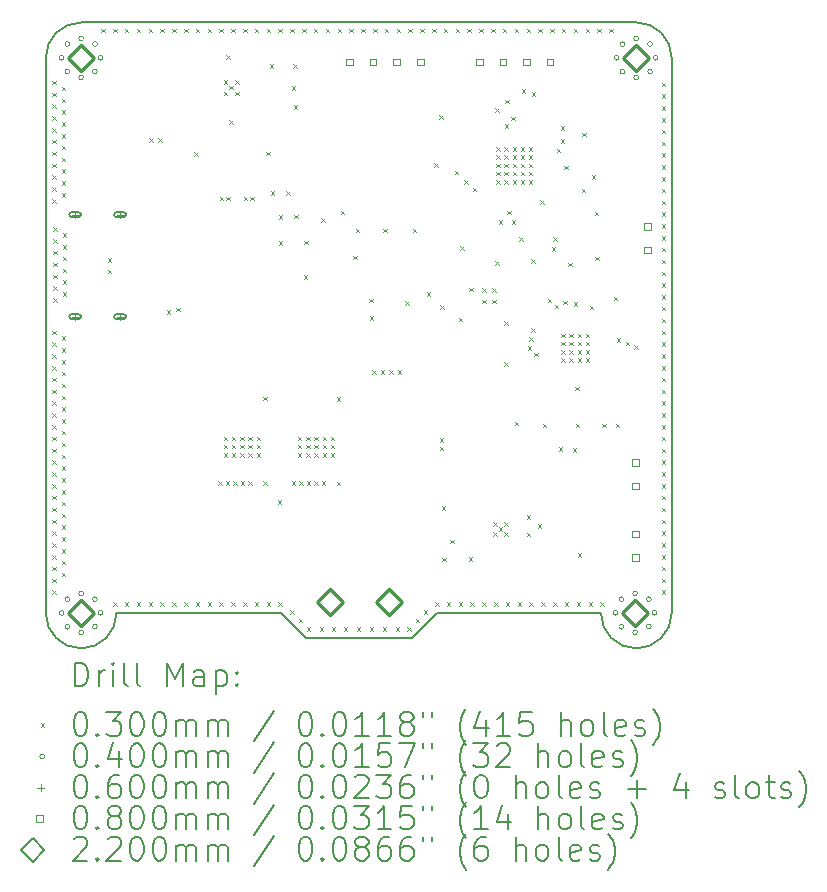
<source format=gbr>
%FSLAX45Y45*%
G04 Gerber Fmt 4.5, Leading zero omitted, Abs format (unit mm)*
G04 Created by KiCad (PCBNEW (6.0.0)) date 2022-04-01 15:35:26*
%MOMM*%
%LPD*%
G01*
G04 APERTURE LIST*
%TA.AperFunction,Profile*%
%ADD10C,0.200000*%
%TD*%
%ADD11C,0.200000*%
%ADD12C,0.030000*%
%ADD13C,0.040000*%
%ADD14C,0.060000*%
%ADD15C,0.080000*%
%ADD16C,0.220000*%
G04 APERTURE END LIST*
D10*
X15580000Y-11850000D02*
X14190000Y-11850000D01*
X11180000Y-6850000D02*
G75*
G03*
X10880000Y-7150000I0J-300000D01*
G01*
X13080000Y-12060000D02*
X13980000Y-12060000D01*
X16180000Y-11850000D02*
X16180000Y-7150000D01*
X10880000Y-7150000D02*
X10880000Y-11850000D01*
X15580000Y-11850000D02*
G75*
G03*
X15880000Y-12150000I300000J0D01*
G01*
X10880000Y-11850000D02*
G75*
G03*
X11180000Y-12150000I300000J0D01*
G01*
X12870000Y-11850000D02*
X13080000Y-12060000D01*
X11180000Y-6850000D02*
X15880000Y-6850000D01*
X11180000Y-12150000D02*
G75*
G03*
X11480000Y-11850000I0J300000D01*
G01*
X12870000Y-11850000D02*
X11480000Y-11850000D01*
X16180000Y-7150000D02*
G75*
G03*
X15880000Y-6850000I-300000J0D01*
G01*
X14190000Y-11850000D02*
X13980000Y-12060000D01*
X15880000Y-12150000D02*
G75*
G03*
X16180000Y-11850000I0J300000D01*
G01*
D11*
D12*
X10936000Y-7345000D02*
X10966000Y-7375000D01*
X10966000Y-7345000D02*
X10936000Y-7375000D01*
X10936000Y-7445000D02*
X10966000Y-7475000D01*
X10966000Y-7445000D02*
X10936000Y-7475000D01*
X10936000Y-7545000D02*
X10966000Y-7575000D01*
X10966000Y-7545000D02*
X10936000Y-7575000D01*
X10936000Y-7645000D02*
X10966000Y-7675000D01*
X10966000Y-7645000D02*
X10936000Y-7675000D01*
X10936000Y-7745000D02*
X10966000Y-7775000D01*
X10966000Y-7745000D02*
X10936000Y-7775000D01*
X10936000Y-7845000D02*
X10966000Y-7875000D01*
X10966000Y-7845000D02*
X10936000Y-7875000D01*
X10936000Y-7945000D02*
X10966000Y-7975000D01*
X10966000Y-7945000D02*
X10936000Y-7975000D01*
X10936000Y-8045000D02*
X10966000Y-8075000D01*
X10966000Y-8045000D02*
X10936000Y-8075000D01*
X10936000Y-8145000D02*
X10966000Y-8175000D01*
X10966000Y-8145000D02*
X10936000Y-8175000D01*
X10936000Y-8245000D02*
X10966000Y-8275000D01*
X10966000Y-8245000D02*
X10936000Y-8275000D01*
X10936000Y-8345000D02*
X10966000Y-8375000D01*
X10966000Y-8345000D02*
X10936000Y-8375000D01*
X10936000Y-9459000D02*
X10966000Y-9489000D01*
X10966000Y-9459000D02*
X10936000Y-9489000D01*
X10936000Y-9559000D02*
X10966000Y-9589000D01*
X10966000Y-9559000D02*
X10936000Y-9589000D01*
X10936000Y-9659000D02*
X10966000Y-9689000D01*
X10966000Y-9659000D02*
X10936000Y-9689000D01*
X10936000Y-9759000D02*
X10966000Y-9789000D01*
X10966000Y-9759000D02*
X10936000Y-9789000D01*
X10936000Y-9859000D02*
X10966000Y-9889000D01*
X10966000Y-9859000D02*
X10936000Y-9889000D01*
X10936000Y-9959000D02*
X10966000Y-9989000D01*
X10966000Y-9959000D02*
X10936000Y-9989000D01*
X10936000Y-10059000D02*
X10966000Y-10089000D01*
X10966000Y-10059000D02*
X10936000Y-10089000D01*
X10936000Y-10159000D02*
X10966000Y-10189000D01*
X10966000Y-10159000D02*
X10936000Y-10189000D01*
X10936000Y-10259000D02*
X10966000Y-10289000D01*
X10966000Y-10259000D02*
X10936000Y-10289000D01*
X10936000Y-10359000D02*
X10966000Y-10389000D01*
X10966000Y-10359000D02*
X10936000Y-10389000D01*
X10936000Y-10459000D02*
X10966000Y-10489000D01*
X10966000Y-10459000D02*
X10936000Y-10489000D01*
X10936000Y-10559000D02*
X10966000Y-10589000D01*
X10966000Y-10559000D02*
X10936000Y-10589000D01*
X10936000Y-10659000D02*
X10966000Y-10689000D01*
X10966000Y-10659000D02*
X10936000Y-10689000D01*
X10936000Y-10759000D02*
X10966000Y-10789000D01*
X10966000Y-10759000D02*
X10936000Y-10789000D01*
X10936000Y-10859000D02*
X10966000Y-10889000D01*
X10966000Y-10859000D02*
X10936000Y-10889000D01*
X10936000Y-10959000D02*
X10966000Y-10989000D01*
X10966000Y-10959000D02*
X10936000Y-10989000D01*
X10936000Y-11059000D02*
X10966000Y-11089000D01*
X10966000Y-11059000D02*
X10936000Y-11089000D01*
X10936000Y-11159000D02*
X10966000Y-11189000D01*
X10966000Y-11159000D02*
X10936000Y-11189000D01*
X10936000Y-11259000D02*
X10966000Y-11289000D01*
X10966000Y-11259000D02*
X10936000Y-11289000D01*
X10936000Y-11359000D02*
X10966000Y-11389000D01*
X10966000Y-11359000D02*
X10936000Y-11389000D01*
X10936000Y-11459000D02*
X10966000Y-11489000D01*
X10966000Y-11459000D02*
X10936000Y-11489000D01*
X10936000Y-11559000D02*
X10966000Y-11589000D01*
X10966000Y-11559000D02*
X10936000Y-11589000D01*
X10936000Y-11659000D02*
X10966000Y-11689000D01*
X10966000Y-11659000D02*
X10936000Y-11689000D01*
X10945000Y-8585000D02*
X10975000Y-8615000D01*
X10975000Y-8585000D02*
X10945000Y-8615000D01*
X10945000Y-8685000D02*
X10975000Y-8715000D01*
X10975000Y-8685000D02*
X10945000Y-8715000D01*
X10945000Y-8785000D02*
X10975000Y-8815000D01*
X10975000Y-8785000D02*
X10945000Y-8815000D01*
X10945000Y-8885000D02*
X10975000Y-8915000D01*
X10975000Y-8885000D02*
X10945000Y-8915000D01*
X10945000Y-8985000D02*
X10975000Y-9015000D01*
X10975000Y-8985000D02*
X10945000Y-9015000D01*
X10945000Y-9085000D02*
X10975000Y-9115000D01*
X10975000Y-9085000D02*
X10945000Y-9115000D01*
X10945000Y-9185000D02*
X10975000Y-9215000D01*
X10975000Y-9185000D02*
X10945000Y-9215000D01*
X11016000Y-7395000D02*
X11046000Y-7425000D01*
X11046000Y-7395000D02*
X11016000Y-7425000D01*
X11016000Y-7495000D02*
X11046000Y-7525000D01*
X11046000Y-7495000D02*
X11016000Y-7525000D01*
X11016000Y-7595000D02*
X11046000Y-7625000D01*
X11046000Y-7595000D02*
X11016000Y-7625000D01*
X11016000Y-7695000D02*
X11046000Y-7725000D01*
X11046000Y-7695000D02*
X11016000Y-7725000D01*
X11016000Y-7795000D02*
X11046000Y-7825000D01*
X11046000Y-7795000D02*
X11016000Y-7825000D01*
X11016000Y-7895000D02*
X11046000Y-7925000D01*
X11046000Y-7895000D02*
X11016000Y-7925000D01*
X11016000Y-7995000D02*
X11046000Y-8025000D01*
X11046000Y-7995000D02*
X11016000Y-8025000D01*
X11016000Y-8095000D02*
X11046000Y-8125000D01*
X11046000Y-8095000D02*
X11016000Y-8125000D01*
X11016000Y-8195000D02*
X11046000Y-8225000D01*
X11046000Y-8195000D02*
X11016000Y-8225000D01*
X11016000Y-8295000D02*
X11046000Y-8325000D01*
X11046000Y-8295000D02*
X11016000Y-8325000D01*
X11016000Y-9509000D02*
X11046000Y-9539000D01*
X11046000Y-9509000D02*
X11016000Y-9539000D01*
X11016000Y-9609000D02*
X11046000Y-9639000D01*
X11046000Y-9609000D02*
X11016000Y-9639000D01*
X11016000Y-9709000D02*
X11046000Y-9739000D01*
X11046000Y-9709000D02*
X11016000Y-9739000D01*
X11016000Y-9809000D02*
X11046000Y-9839000D01*
X11046000Y-9809000D02*
X11016000Y-9839000D01*
X11016000Y-9909000D02*
X11046000Y-9939000D01*
X11046000Y-9909000D02*
X11016000Y-9939000D01*
X11016000Y-10009000D02*
X11046000Y-10039000D01*
X11046000Y-10009000D02*
X11016000Y-10039000D01*
X11016000Y-10109000D02*
X11046000Y-10139000D01*
X11046000Y-10109000D02*
X11016000Y-10139000D01*
X11016000Y-10209000D02*
X11046000Y-10239000D01*
X11046000Y-10209000D02*
X11016000Y-10239000D01*
X11016000Y-10309000D02*
X11046000Y-10339000D01*
X11046000Y-10309000D02*
X11016000Y-10339000D01*
X11016000Y-10409000D02*
X11046000Y-10439000D01*
X11046000Y-10409000D02*
X11016000Y-10439000D01*
X11016000Y-10509000D02*
X11046000Y-10539000D01*
X11046000Y-10509000D02*
X11016000Y-10539000D01*
X11016000Y-10609000D02*
X11046000Y-10639000D01*
X11046000Y-10609000D02*
X11016000Y-10639000D01*
X11016000Y-10709000D02*
X11046000Y-10739000D01*
X11046000Y-10709000D02*
X11016000Y-10739000D01*
X11016000Y-10809000D02*
X11046000Y-10839000D01*
X11046000Y-10809000D02*
X11016000Y-10839000D01*
X11016000Y-10909000D02*
X11046000Y-10939000D01*
X11046000Y-10909000D02*
X11016000Y-10939000D01*
X11016000Y-11009000D02*
X11046000Y-11039000D01*
X11046000Y-11009000D02*
X11016000Y-11039000D01*
X11016000Y-11109000D02*
X11046000Y-11139000D01*
X11046000Y-11109000D02*
X11016000Y-11139000D01*
X11016000Y-11209000D02*
X11046000Y-11239000D01*
X11046000Y-11209000D02*
X11016000Y-11239000D01*
X11016000Y-11309000D02*
X11046000Y-11339000D01*
X11046000Y-11309000D02*
X11016000Y-11339000D01*
X11016000Y-11409000D02*
X11046000Y-11439000D01*
X11046000Y-11409000D02*
X11016000Y-11439000D01*
X11016000Y-11509000D02*
X11046000Y-11539000D01*
X11046000Y-11509000D02*
X11016000Y-11539000D01*
X11025000Y-8635000D02*
X11055000Y-8665000D01*
X11055000Y-8635000D02*
X11025000Y-8665000D01*
X11025000Y-8735000D02*
X11055000Y-8765000D01*
X11055000Y-8735000D02*
X11025000Y-8765000D01*
X11025000Y-8835000D02*
X11055000Y-8865000D01*
X11055000Y-8835000D02*
X11025000Y-8865000D01*
X11025000Y-8935000D02*
X11055000Y-8965000D01*
X11055000Y-8935000D02*
X11025000Y-8965000D01*
X11025000Y-9035000D02*
X11055000Y-9065000D01*
X11055000Y-9035000D02*
X11025000Y-9065000D01*
X11025000Y-9135000D02*
X11055000Y-9165000D01*
X11055000Y-9135000D02*
X11025000Y-9165000D01*
X11351000Y-6904000D02*
X11381000Y-6934000D01*
X11381000Y-6904000D02*
X11351000Y-6934000D01*
X11405000Y-8845000D02*
X11435000Y-8875000D01*
X11435000Y-8845000D02*
X11405000Y-8875000D01*
X11405000Y-8945000D02*
X11435000Y-8975000D01*
X11435000Y-8945000D02*
X11405000Y-8975000D01*
X11451000Y-6904000D02*
X11481000Y-6934000D01*
X11481000Y-6904000D02*
X11451000Y-6934000D01*
X11451000Y-11759000D02*
X11481000Y-11789000D01*
X11481000Y-11759000D02*
X11451000Y-11789000D01*
X11551000Y-6904000D02*
X11581000Y-6934000D01*
X11581000Y-6904000D02*
X11551000Y-6934000D01*
X11551000Y-11759000D02*
X11581000Y-11789000D01*
X11581000Y-11759000D02*
X11551000Y-11789000D01*
X11651000Y-6904000D02*
X11681000Y-6934000D01*
X11681000Y-6904000D02*
X11651000Y-6934000D01*
X11651000Y-11759000D02*
X11681000Y-11789000D01*
X11681000Y-11759000D02*
X11651000Y-11789000D01*
X11751000Y-6904000D02*
X11781000Y-6934000D01*
X11781000Y-6904000D02*
X11751000Y-6934000D01*
X11751000Y-11759000D02*
X11781000Y-11789000D01*
X11781000Y-11759000D02*
X11751000Y-11789000D01*
X11759000Y-7832000D02*
X11789000Y-7862000D01*
X11789000Y-7832000D02*
X11759000Y-7862000D01*
X11833000Y-7832000D02*
X11863000Y-7862000D01*
X11863000Y-7832000D02*
X11833000Y-7862000D01*
X11851000Y-6904000D02*
X11881000Y-6934000D01*
X11881000Y-6904000D02*
X11851000Y-6934000D01*
X11851000Y-11759000D02*
X11881000Y-11789000D01*
X11881000Y-11759000D02*
X11851000Y-11789000D01*
X11905000Y-9285000D02*
X11935000Y-9315000D01*
X11935000Y-9285000D02*
X11905000Y-9315000D01*
X11951000Y-6904000D02*
X11981000Y-6934000D01*
X11981000Y-6904000D02*
X11951000Y-6934000D01*
X11951000Y-11759000D02*
X11981000Y-11789000D01*
X11981000Y-11759000D02*
X11951000Y-11789000D01*
X11985000Y-9265000D02*
X12015000Y-9295000D01*
X12015000Y-9265000D02*
X11985000Y-9295000D01*
X12051000Y-6904000D02*
X12081000Y-6934000D01*
X12081000Y-6904000D02*
X12051000Y-6934000D01*
X12051000Y-11759000D02*
X12081000Y-11789000D01*
X12081000Y-11759000D02*
X12051000Y-11789000D01*
X12137000Y-7948000D02*
X12167000Y-7978000D01*
X12167000Y-7948000D02*
X12137000Y-7978000D01*
X12151000Y-6904000D02*
X12181000Y-6934000D01*
X12181000Y-6904000D02*
X12151000Y-6934000D01*
X12151000Y-11759000D02*
X12181000Y-11789000D01*
X12181000Y-11759000D02*
X12151000Y-11789000D01*
X12251000Y-6904000D02*
X12281000Y-6934000D01*
X12281000Y-6904000D02*
X12251000Y-6934000D01*
X12251000Y-11759000D02*
X12281000Y-11789000D01*
X12281000Y-11759000D02*
X12251000Y-11789000D01*
X12340500Y-10734000D02*
X12370500Y-10764000D01*
X12370500Y-10734000D02*
X12340500Y-10764000D01*
X12351000Y-6904000D02*
X12381000Y-6934000D01*
X12381000Y-6904000D02*
X12351000Y-6934000D01*
X12351000Y-11759000D02*
X12381000Y-11789000D01*
X12381000Y-11759000D02*
X12351000Y-11789000D01*
X12353000Y-8325000D02*
X12383000Y-8355000D01*
X12383000Y-8325000D02*
X12353000Y-8355000D01*
X12387000Y-7338000D02*
X12417000Y-7368000D01*
X12417000Y-7338000D02*
X12387000Y-7368000D01*
X12387000Y-7437000D02*
X12417000Y-7467000D01*
X12417000Y-7437000D02*
X12387000Y-7467000D01*
X12387000Y-10357000D02*
X12417000Y-10387000D01*
X12417000Y-10357000D02*
X12387000Y-10387000D01*
X12387000Y-10427000D02*
X12417000Y-10457000D01*
X12417000Y-10427000D02*
X12387000Y-10457000D01*
X12387000Y-10497000D02*
X12417000Y-10527000D01*
X12417000Y-10497000D02*
X12387000Y-10527000D01*
X12404000Y-10734000D02*
X12434000Y-10764000D01*
X12434000Y-10734000D02*
X12404000Y-10764000D01*
X12409000Y-8325000D02*
X12439000Y-8355000D01*
X12439000Y-8325000D02*
X12409000Y-8355000D01*
X12409426Y-7129244D02*
X12439426Y-7159244D01*
X12439426Y-7129244D02*
X12409426Y-7159244D01*
X12432000Y-7678000D02*
X12462000Y-7708000D01*
X12462000Y-7678000D02*
X12432000Y-7708000D01*
X12434426Y-7387744D02*
X12464426Y-7417744D01*
X12464426Y-7387744D02*
X12434426Y-7417744D01*
X12451000Y-6904000D02*
X12481000Y-6934000D01*
X12481000Y-6904000D02*
X12451000Y-6934000D01*
X12451000Y-11759000D02*
X12481000Y-11789000D01*
X12481000Y-11759000D02*
X12451000Y-11789000D01*
X12457000Y-10357000D02*
X12487000Y-10387000D01*
X12487000Y-10357000D02*
X12457000Y-10387000D01*
X12457000Y-10427000D02*
X12487000Y-10457000D01*
X12487000Y-10427000D02*
X12457000Y-10457000D01*
X12457000Y-10497000D02*
X12487000Y-10527000D01*
X12487000Y-10497000D02*
X12457000Y-10527000D01*
X12467500Y-10734000D02*
X12497500Y-10764000D01*
X12497500Y-10734000D02*
X12467500Y-10764000D01*
X12484000Y-7339000D02*
X12514000Y-7369000D01*
X12514000Y-7339000D02*
X12484000Y-7369000D01*
X12484000Y-7437000D02*
X12514000Y-7467000D01*
X12514000Y-7437000D02*
X12484000Y-7467000D01*
X12527000Y-10357000D02*
X12557000Y-10387000D01*
X12557000Y-10357000D02*
X12527000Y-10387000D01*
X12527000Y-10427000D02*
X12557000Y-10457000D01*
X12557000Y-10427000D02*
X12527000Y-10457000D01*
X12527000Y-10497000D02*
X12557000Y-10527000D01*
X12557000Y-10497000D02*
X12527000Y-10527000D01*
X12531000Y-10734000D02*
X12561000Y-10764000D01*
X12561000Y-10734000D02*
X12531000Y-10764000D01*
X12551000Y-6904000D02*
X12581000Y-6934000D01*
X12581000Y-6904000D02*
X12551000Y-6934000D01*
X12551000Y-11759000D02*
X12581000Y-11789000D01*
X12581000Y-11759000D02*
X12551000Y-11789000D01*
X12556000Y-8325000D02*
X12586000Y-8355000D01*
X12586000Y-8325000D02*
X12556000Y-8355000D01*
X12594500Y-10734000D02*
X12624500Y-10764000D01*
X12624500Y-10734000D02*
X12594500Y-10764000D01*
X12597000Y-10357000D02*
X12627000Y-10387000D01*
X12627000Y-10357000D02*
X12597000Y-10387000D01*
X12597000Y-10427000D02*
X12627000Y-10457000D01*
X12627000Y-10427000D02*
X12597000Y-10457000D01*
X12597000Y-10497000D02*
X12627000Y-10527000D01*
X12627000Y-10497000D02*
X12597000Y-10527000D01*
X12612000Y-8324000D02*
X12642000Y-8354000D01*
X12642000Y-8324000D02*
X12612000Y-8354000D01*
X12651000Y-6904000D02*
X12681000Y-6934000D01*
X12681000Y-6904000D02*
X12651000Y-6934000D01*
X12651000Y-11759000D02*
X12681000Y-11789000D01*
X12681000Y-11759000D02*
X12651000Y-11789000D01*
X12667000Y-10357000D02*
X12697000Y-10387000D01*
X12697000Y-10357000D02*
X12667000Y-10387000D01*
X12667000Y-10427000D02*
X12697000Y-10457000D01*
X12697000Y-10427000D02*
X12667000Y-10457000D01*
X12667000Y-10497000D02*
X12697000Y-10527000D01*
X12697000Y-10497000D02*
X12667000Y-10527000D01*
X12721500Y-10734000D02*
X12751500Y-10764000D01*
X12751500Y-10734000D02*
X12721500Y-10764000D01*
X12722000Y-10020000D02*
X12752000Y-10050000D01*
X12752000Y-10020000D02*
X12722000Y-10050000D01*
X12747000Y-7944000D02*
X12777000Y-7974000D01*
X12777000Y-7944000D02*
X12747000Y-7974000D01*
X12751000Y-6904000D02*
X12781000Y-6934000D01*
X12781000Y-6904000D02*
X12751000Y-6934000D01*
X12751000Y-11759000D02*
X12781000Y-11789000D01*
X12781000Y-11759000D02*
X12751000Y-11789000D01*
X12776926Y-7204744D02*
X12806926Y-7234744D01*
X12806926Y-7204744D02*
X12776926Y-7234744D01*
X12787000Y-8280000D02*
X12817000Y-8310000D01*
X12817000Y-8280000D02*
X12787000Y-8310000D01*
X12844000Y-10897000D02*
X12874000Y-10927000D01*
X12874000Y-10897000D02*
X12844000Y-10927000D01*
X12851000Y-6904000D02*
X12881000Y-6934000D01*
X12881000Y-6904000D02*
X12851000Y-6934000D01*
X12851000Y-11759000D02*
X12881000Y-11789000D01*
X12881000Y-11759000D02*
X12851000Y-11789000D01*
X12852000Y-8701000D02*
X12882000Y-8731000D01*
X12882000Y-8701000D02*
X12852000Y-8731000D01*
X12853000Y-8482000D02*
X12883000Y-8512000D01*
X12883000Y-8482000D02*
X12853000Y-8512000D01*
X12918000Y-8279000D02*
X12948000Y-8309000D01*
X12948000Y-8279000D02*
X12918000Y-8309000D01*
X12951000Y-6904000D02*
X12981000Y-6934000D01*
X12981000Y-6904000D02*
X12951000Y-6934000D01*
X12952000Y-11829000D02*
X12982000Y-11859000D01*
X12982000Y-11829000D02*
X12952000Y-11859000D01*
X12963926Y-7388743D02*
X12993926Y-7418743D01*
X12993926Y-7388743D02*
X12963926Y-7418743D01*
X12964500Y-10734000D02*
X12994500Y-10764000D01*
X12994500Y-10734000D02*
X12964500Y-10764000D01*
X12976926Y-7204743D02*
X13006926Y-7234743D01*
X13006926Y-7204743D02*
X12976926Y-7234743D01*
X12981926Y-7551743D02*
X13011926Y-7581743D01*
X13011926Y-7551743D02*
X12981926Y-7581743D01*
X12982500Y-8480000D02*
X13012500Y-8510000D01*
X13012500Y-8480000D02*
X12982500Y-8510000D01*
X13015000Y-10357000D02*
X13045000Y-10387000D01*
X13045000Y-10357000D02*
X13015000Y-10387000D01*
X13015000Y-10427000D02*
X13045000Y-10457000D01*
X13045000Y-10427000D02*
X13015000Y-10457000D01*
X13015000Y-10497000D02*
X13045000Y-10527000D01*
X13045000Y-10497000D02*
X13015000Y-10527000D01*
X13022000Y-11899000D02*
X13052000Y-11929000D01*
X13052000Y-11899000D02*
X13022000Y-11929000D01*
X13028000Y-10734000D02*
X13058000Y-10764000D01*
X13058000Y-10734000D02*
X13028000Y-10764000D01*
X13051000Y-6904000D02*
X13081000Y-6934000D01*
X13081000Y-6904000D02*
X13051000Y-6934000D01*
X13066000Y-8990000D02*
X13096000Y-9020000D01*
X13096000Y-8990000D02*
X13066000Y-9020000D01*
X13068000Y-8699000D02*
X13098000Y-8729000D01*
X13098000Y-8699000D02*
X13068000Y-8729000D01*
X13085000Y-10357000D02*
X13115000Y-10387000D01*
X13115000Y-10357000D02*
X13085000Y-10387000D01*
X13085000Y-10427000D02*
X13115000Y-10457000D01*
X13115000Y-10427000D02*
X13085000Y-10457000D01*
X13085000Y-10497000D02*
X13115000Y-10527000D01*
X13115000Y-10497000D02*
X13085000Y-10527000D01*
X13091500Y-10734000D02*
X13121500Y-10764000D01*
X13121500Y-10734000D02*
X13091500Y-10764000D01*
X13092000Y-11969000D02*
X13122000Y-11999000D01*
X13122000Y-11969000D02*
X13092000Y-11999000D01*
X13151000Y-6904000D02*
X13181000Y-6934000D01*
X13181000Y-6904000D02*
X13151000Y-6934000D01*
X13155000Y-10357000D02*
X13185000Y-10387000D01*
X13185000Y-10357000D02*
X13155000Y-10387000D01*
X13155000Y-10427000D02*
X13185000Y-10457000D01*
X13185000Y-10427000D02*
X13155000Y-10457000D01*
X13155000Y-10497000D02*
X13185000Y-10527000D01*
X13185000Y-10497000D02*
X13155000Y-10527000D01*
X13155000Y-10734000D02*
X13185000Y-10764000D01*
X13185000Y-10734000D02*
X13155000Y-10764000D01*
X13202000Y-11969000D02*
X13232000Y-11999000D01*
X13232000Y-11969000D02*
X13202000Y-11999000D01*
X13211000Y-8507000D02*
X13241000Y-8537000D01*
X13241000Y-8507000D02*
X13211000Y-8537000D01*
X13218500Y-10734000D02*
X13248500Y-10764000D01*
X13248500Y-10734000D02*
X13218500Y-10764000D01*
X13225000Y-10357000D02*
X13255000Y-10387000D01*
X13255000Y-10357000D02*
X13225000Y-10387000D01*
X13225000Y-10427000D02*
X13255000Y-10457000D01*
X13255000Y-10427000D02*
X13225000Y-10457000D01*
X13225000Y-10497000D02*
X13255000Y-10527000D01*
X13255000Y-10497000D02*
X13225000Y-10527000D01*
X13251000Y-6904000D02*
X13281000Y-6934000D01*
X13281000Y-6904000D02*
X13251000Y-6934000D01*
X13295000Y-10357000D02*
X13325000Y-10387000D01*
X13325000Y-10357000D02*
X13295000Y-10387000D01*
X13295000Y-10427000D02*
X13325000Y-10457000D01*
X13325000Y-10427000D02*
X13295000Y-10457000D01*
X13295000Y-10497000D02*
X13325000Y-10527000D01*
X13325000Y-10497000D02*
X13295000Y-10527000D01*
X13302000Y-11969000D02*
X13332000Y-11999000D01*
X13332000Y-11969000D02*
X13302000Y-11999000D01*
X13346000Y-10024000D02*
X13376000Y-10054000D01*
X13376000Y-10024000D02*
X13346000Y-10054000D01*
X13346000Y-10740000D02*
X13376000Y-10770000D01*
X13376000Y-10740000D02*
X13346000Y-10770000D01*
X13351000Y-6904000D02*
X13381000Y-6934000D01*
X13381000Y-6904000D02*
X13351000Y-6934000D01*
X13377000Y-8444000D02*
X13407000Y-8474000D01*
X13407000Y-8444000D02*
X13377000Y-8474000D01*
X13402000Y-11969000D02*
X13432000Y-11999000D01*
X13432000Y-11969000D02*
X13402000Y-11999000D01*
X13451000Y-6904000D02*
X13481000Y-6934000D01*
X13481000Y-6904000D02*
X13451000Y-6934000D01*
X13484000Y-8827000D02*
X13514000Y-8857000D01*
X13514000Y-8827000D02*
X13484000Y-8857000D01*
X13506000Y-8596000D02*
X13536000Y-8626000D01*
X13536000Y-8596000D02*
X13506000Y-8626000D01*
X13512000Y-11969000D02*
X13542000Y-11999000D01*
X13542000Y-11969000D02*
X13512000Y-11999000D01*
X13551000Y-6904000D02*
X13581000Y-6934000D01*
X13581000Y-6904000D02*
X13551000Y-6934000D01*
X13619000Y-9190000D02*
X13649000Y-9220000D01*
X13649000Y-9190000D02*
X13619000Y-9220000D01*
X13622000Y-11969000D02*
X13652000Y-11999000D01*
X13652000Y-11969000D02*
X13622000Y-11999000D01*
X13625000Y-9338000D02*
X13655000Y-9368000D01*
X13655000Y-9338000D02*
X13625000Y-9368000D01*
X13645000Y-9795000D02*
X13675000Y-9825000D01*
X13675000Y-9795000D02*
X13645000Y-9825000D01*
X13651000Y-6904000D02*
X13681000Y-6934000D01*
X13681000Y-6904000D02*
X13651000Y-6934000D01*
X13718000Y-9795000D02*
X13748000Y-9825000D01*
X13748000Y-9795000D02*
X13718000Y-9825000D01*
X13732000Y-11969000D02*
X13762000Y-11999000D01*
X13762000Y-11969000D02*
X13732000Y-11999000D01*
X13736000Y-8597000D02*
X13766000Y-8627000D01*
X13766000Y-8597000D02*
X13736000Y-8627000D01*
X13751000Y-6904000D02*
X13781000Y-6934000D01*
X13781000Y-6904000D02*
X13751000Y-6934000D01*
X13788000Y-9795000D02*
X13818000Y-9825000D01*
X13818000Y-9795000D02*
X13788000Y-9825000D01*
X13842000Y-11969000D02*
X13872000Y-11999000D01*
X13872000Y-11969000D02*
X13842000Y-11999000D01*
X13851000Y-6904000D02*
X13881000Y-6934000D01*
X13881000Y-6904000D02*
X13851000Y-6934000D01*
X13859000Y-9795000D02*
X13889000Y-9825000D01*
X13889000Y-9795000D02*
X13859000Y-9825000D01*
X13922000Y-9209000D02*
X13952000Y-9239000D01*
X13952000Y-9209000D02*
X13922000Y-9239000D01*
X13942000Y-11969000D02*
X13972000Y-11999000D01*
X13972000Y-11969000D02*
X13942000Y-11999000D01*
X13951000Y-6904000D02*
X13981000Y-6934000D01*
X13981000Y-6904000D02*
X13951000Y-6934000D01*
X13988000Y-8598000D02*
X14018000Y-8628000D01*
X14018000Y-8598000D02*
X13988000Y-8628000D01*
X14012000Y-11899000D02*
X14042000Y-11929000D01*
X14042000Y-11899000D02*
X14012000Y-11929000D01*
X14051000Y-6904000D02*
X14081000Y-6934000D01*
X14081000Y-6904000D02*
X14051000Y-6934000D01*
X14082000Y-11829000D02*
X14112000Y-11859000D01*
X14112000Y-11829000D02*
X14082000Y-11859000D01*
X14107000Y-9135000D02*
X14137000Y-9165000D01*
X14137000Y-9135000D02*
X14107000Y-9165000D01*
X14151000Y-6904000D02*
X14181000Y-6934000D01*
X14181000Y-6904000D02*
X14151000Y-6934000D01*
X14170000Y-8040000D02*
X14200000Y-8070000D01*
X14200000Y-8040000D02*
X14170000Y-8070000D01*
X14176000Y-11759000D02*
X14206000Y-11789000D01*
X14206000Y-11759000D02*
X14176000Y-11789000D01*
X14213000Y-7637000D02*
X14243000Y-7667000D01*
X14243000Y-7637000D02*
X14213000Y-7667000D01*
X14218000Y-10371000D02*
X14248000Y-10401000D01*
X14248000Y-10371000D02*
X14218000Y-10401000D01*
X14218000Y-10444000D02*
X14248000Y-10474000D01*
X14248000Y-10444000D02*
X14218000Y-10474000D01*
X14222000Y-9245000D02*
X14252000Y-9275000D01*
X14252000Y-9245000D02*
X14222000Y-9275000D01*
X14234000Y-10946000D02*
X14264000Y-10976000D01*
X14264000Y-10946000D02*
X14234000Y-10976000D01*
X14237000Y-11382000D02*
X14267000Y-11412000D01*
X14267000Y-11382000D02*
X14237000Y-11412000D01*
X14251000Y-6904000D02*
X14281000Y-6934000D01*
X14281000Y-6904000D02*
X14251000Y-6934000D01*
X14276000Y-11759000D02*
X14306000Y-11789000D01*
X14306000Y-11759000D02*
X14276000Y-11789000D01*
X14304734Y-11228266D02*
X14334734Y-11258266D01*
X14334734Y-11228266D02*
X14304734Y-11258266D01*
X14345000Y-8105000D02*
X14375000Y-8135000D01*
X14375000Y-8105000D02*
X14345000Y-8135000D01*
X14351000Y-6904000D02*
X14381000Y-6934000D01*
X14381000Y-6904000D02*
X14351000Y-6934000D01*
X14376000Y-11759000D02*
X14406000Y-11789000D01*
X14406000Y-11759000D02*
X14376000Y-11789000D01*
X14377000Y-9352000D02*
X14407000Y-9382000D01*
X14407000Y-9352000D02*
X14377000Y-9382000D01*
X14388000Y-8747000D02*
X14418000Y-8777000D01*
X14418000Y-8747000D02*
X14388000Y-8777000D01*
X14425000Y-8184000D02*
X14455000Y-8214000D01*
X14455000Y-8184000D02*
X14425000Y-8214000D01*
X14451000Y-6904000D02*
X14481000Y-6934000D01*
X14481000Y-6904000D02*
X14451000Y-6934000D01*
X14462000Y-11380000D02*
X14492000Y-11410000D01*
X14492000Y-11380000D02*
X14462000Y-11410000D01*
X14465000Y-9095000D02*
X14495000Y-9125000D01*
X14495000Y-9095000D02*
X14465000Y-9125000D01*
X14476000Y-11759000D02*
X14506000Y-11789000D01*
X14506000Y-11759000D02*
X14476000Y-11789000D01*
X14496000Y-8248000D02*
X14526000Y-8278000D01*
X14526000Y-8248000D02*
X14496000Y-8278000D01*
X14551000Y-6904000D02*
X14581000Y-6934000D01*
X14581000Y-6904000D02*
X14551000Y-6934000D01*
X14575000Y-9100000D02*
X14605000Y-9130000D01*
X14605000Y-9100000D02*
X14575000Y-9130000D01*
X14575000Y-9199000D02*
X14605000Y-9229000D01*
X14605000Y-9199000D02*
X14575000Y-9229000D01*
X14576000Y-11759000D02*
X14606000Y-11789000D01*
X14606000Y-11759000D02*
X14576000Y-11789000D01*
X14651000Y-6904000D02*
X14681000Y-6934000D01*
X14681000Y-6904000D02*
X14651000Y-6934000D01*
X14662000Y-9100000D02*
X14692000Y-9130000D01*
X14692000Y-9100000D02*
X14662000Y-9130000D01*
X14662000Y-9199000D02*
X14692000Y-9229000D01*
X14692000Y-9199000D02*
X14662000Y-9229000D01*
X14671000Y-11080000D02*
X14701000Y-11110000D01*
X14701000Y-11080000D02*
X14671000Y-11110000D01*
X14671000Y-11168000D02*
X14701000Y-11198000D01*
X14701000Y-11168000D02*
X14671000Y-11198000D01*
X14676000Y-11759000D02*
X14706000Y-11789000D01*
X14706000Y-11759000D02*
X14676000Y-11789000D01*
X14685000Y-7575000D02*
X14715000Y-7605000D01*
X14715000Y-7575000D02*
X14685000Y-7605000D01*
X14685000Y-8874000D02*
X14715000Y-8904000D01*
X14715000Y-8874000D02*
X14685000Y-8904000D01*
X14694000Y-7905000D02*
X14724000Y-7935000D01*
X14724000Y-7905000D02*
X14694000Y-7935000D01*
X14694000Y-8115000D02*
X14724000Y-8145000D01*
X14724000Y-8115000D02*
X14694000Y-8145000D01*
X14694000Y-8184000D02*
X14724000Y-8214000D01*
X14724000Y-8184000D02*
X14694000Y-8214000D01*
X14694000Y-7975000D02*
X14724000Y-8005000D01*
X14724000Y-7975000D02*
X14694000Y-8005000D01*
X14694000Y-8045000D02*
X14724000Y-8075000D01*
X14724000Y-8045000D02*
X14694000Y-8075000D01*
X14716000Y-8525000D02*
X14746000Y-8555000D01*
X14746000Y-8525000D02*
X14716000Y-8555000D01*
X14716500Y-11125000D02*
X14746500Y-11155000D01*
X14746500Y-11125000D02*
X14716500Y-11155000D01*
X14751000Y-6904000D02*
X14781000Y-6934000D01*
X14781000Y-6904000D02*
X14751000Y-6934000D01*
X14762000Y-11080000D02*
X14792000Y-11110000D01*
X14792000Y-11080000D02*
X14762000Y-11110000D01*
X14762000Y-11168000D02*
X14792000Y-11198000D01*
X14792000Y-11168000D02*
X14762000Y-11198000D01*
X14763000Y-9380000D02*
X14793000Y-9410000D01*
X14793000Y-9380000D02*
X14763000Y-9410000D01*
X14763000Y-9725000D02*
X14793000Y-9755000D01*
X14793000Y-9725000D02*
X14763000Y-9755000D01*
X14764000Y-8045000D02*
X14794000Y-8075000D01*
X14794000Y-8045000D02*
X14764000Y-8075000D01*
X14764000Y-7905000D02*
X14794000Y-7935000D01*
X14794000Y-7905000D02*
X14764000Y-7935000D01*
X14764000Y-7975000D02*
X14794000Y-8005000D01*
X14794000Y-7975000D02*
X14764000Y-8005000D01*
X14764000Y-8115000D02*
X14794000Y-8145000D01*
X14794000Y-8115000D02*
X14764000Y-8145000D01*
X14764000Y-8184000D02*
X14794000Y-8214000D01*
X14794000Y-8184000D02*
X14764000Y-8214000D01*
X14766000Y-7713000D02*
X14796000Y-7743000D01*
X14796000Y-7713000D02*
X14766000Y-7743000D01*
X14770000Y-7505000D02*
X14800000Y-7535000D01*
X14800000Y-7505000D02*
X14770000Y-7535000D01*
X14776000Y-11759000D02*
X14806000Y-11789000D01*
X14806000Y-11759000D02*
X14776000Y-11789000D01*
X14790000Y-8444000D02*
X14820000Y-8474000D01*
X14820000Y-8444000D02*
X14790000Y-8474000D01*
X14820000Y-7650000D02*
X14850000Y-7680000D01*
X14850000Y-7650000D02*
X14820000Y-7680000D01*
X14825000Y-8527000D02*
X14855000Y-8557000D01*
X14855000Y-8527000D02*
X14825000Y-8557000D01*
X14834000Y-7905000D02*
X14864000Y-7935000D01*
X14864000Y-7905000D02*
X14834000Y-7935000D01*
X14834000Y-7975000D02*
X14864000Y-8005000D01*
X14864000Y-7975000D02*
X14834000Y-8005000D01*
X14834000Y-8045000D02*
X14864000Y-8075000D01*
X14864000Y-8045000D02*
X14834000Y-8075000D01*
X14834000Y-8115000D02*
X14864000Y-8145000D01*
X14864000Y-8115000D02*
X14834000Y-8145000D01*
X14834000Y-8184000D02*
X14864000Y-8214000D01*
X14864000Y-8184000D02*
X14834000Y-8214000D01*
X14850000Y-10232000D02*
X14880000Y-10262000D01*
X14880000Y-10232000D02*
X14850000Y-10262000D01*
X14851000Y-6904000D02*
X14881000Y-6934000D01*
X14881000Y-6904000D02*
X14851000Y-6934000D01*
X14876000Y-11759000D02*
X14906000Y-11789000D01*
X14906000Y-11759000D02*
X14876000Y-11789000D01*
X14890000Y-8670000D02*
X14920000Y-8700000D01*
X14920000Y-8670000D02*
X14890000Y-8700000D01*
X14904000Y-7905000D02*
X14934000Y-7935000D01*
X14934000Y-7905000D02*
X14904000Y-7935000D01*
X14904000Y-7975000D02*
X14934000Y-8005000D01*
X14934000Y-7975000D02*
X14904000Y-8005000D01*
X14904000Y-8045000D02*
X14934000Y-8075000D01*
X14934000Y-8045000D02*
X14904000Y-8075000D01*
X14904000Y-8115000D02*
X14934000Y-8145000D01*
X14934000Y-8115000D02*
X14904000Y-8145000D01*
X14904000Y-8184000D02*
X14934000Y-8214000D01*
X14934000Y-8184000D02*
X14904000Y-8214000D01*
X14910000Y-7415000D02*
X14940000Y-7445000D01*
X14940000Y-7415000D02*
X14910000Y-7445000D01*
X14951000Y-6904000D02*
X14981000Y-6934000D01*
X14981000Y-6904000D02*
X14951000Y-6934000D01*
X14952000Y-11024000D02*
X14982000Y-11054000D01*
X14982000Y-11024000D02*
X14952000Y-11054000D01*
X14952000Y-11171000D02*
X14982000Y-11201000D01*
X14982000Y-11171000D02*
X14952000Y-11201000D01*
X14960000Y-9591000D02*
X14990000Y-9621000D01*
X14990000Y-9591000D02*
X14960000Y-9621000D01*
X14970000Y-7905000D02*
X15000000Y-7935000D01*
X15000000Y-7905000D02*
X14970000Y-7935000D01*
X14970000Y-7975000D02*
X15000000Y-8005000D01*
X15000000Y-7975000D02*
X14970000Y-8005000D01*
X14970000Y-8045000D02*
X15000000Y-8075000D01*
X15000000Y-8045000D02*
X14970000Y-8075000D01*
X14970000Y-8115000D02*
X15000000Y-8145000D01*
X15000000Y-8115000D02*
X14970000Y-8145000D01*
X14970000Y-8184000D02*
X15000000Y-8214000D01*
X15000000Y-8184000D02*
X14970000Y-8214000D01*
X14975000Y-9516000D02*
X15005000Y-9546000D01*
X15005000Y-9516000D02*
X14975000Y-9546000D01*
X14976000Y-11759000D02*
X15006000Y-11789000D01*
X15006000Y-11759000D02*
X14976000Y-11789000D01*
X14990000Y-9440000D02*
X15020000Y-9470000D01*
X15020000Y-9440000D02*
X14990000Y-9470000D01*
X14993000Y-8857000D02*
X15023000Y-8887000D01*
X15023000Y-8857000D02*
X14993000Y-8887000D01*
X14995000Y-7440000D02*
X15025000Y-7470000D01*
X15025000Y-7440000D02*
X14995000Y-7470000D01*
X15015000Y-9647000D02*
X15045000Y-9677000D01*
X15045000Y-9647000D02*
X15015000Y-9677000D01*
X15047000Y-11099000D02*
X15077000Y-11129000D01*
X15077000Y-11099000D02*
X15047000Y-11129000D01*
X15051000Y-6904000D02*
X15081000Y-6934000D01*
X15081000Y-6904000D02*
X15051000Y-6934000D01*
X15066000Y-8355000D02*
X15096000Y-8385000D01*
X15096000Y-8355000D02*
X15066000Y-8385000D01*
X15076000Y-11759000D02*
X15106000Y-11789000D01*
X15106000Y-11759000D02*
X15076000Y-11789000D01*
X15090000Y-10248000D02*
X15120000Y-10278000D01*
X15120000Y-10248000D02*
X15090000Y-10278000D01*
X15129000Y-9191000D02*
X15159000Y-9221000D01*
X15159000Y-9191000D02*
X15129000Y-9221000D01*
X15151000Y-6904000D02*
X15181000Y-6934000D01*
X15181000Y-6904000D02*
X15151000Y-6934000D01*
X15166000Y-8755000D02*
X15196000Y-8785000D01*
X15196000Y-8755000D02*
X15166000Y-8785000D01*
X15176000Y-11759000D02*
X15206000Y-11789000D01*
X15206000Y-11759000D02*
X15176000Y-11789000D01*
X15179000Y-8668000D02*
X15209000Y-8698000D01*
X15209000Y-8668000D02*
X15179000Y-8698000D01*
X15191000Y-9240000D02*
X15221000Y-9270000D01*
X15221000Y-9240000D02*
X15191000Y-9270000D01*
X15205000Y-7921000D02*
X15235000Y-7951000D01*
X15235000Y-7921000D02*
X15205000Y-7951000D01*
X15223000Y-10446000D02*
X15253000Y-10476000D01*
X15253000Y-10446000D02*
X15223000Y-10476000D01*
X15240000Y-7730000D02*
X15270000Y-7760000D01*
X15270000Y-7730000D02*
X15240000Y-7760000D01*
X15240000Y-7840000D02*
X15270000Y-7870000D01*
X15270000Y-7840000D02*
X15240000Y-7870000D01*
X15244000Y-9484000D02*
X15274000Y-9514000D01*
X15274000Y-9484000D02*
X15244000Y-9514000D01*
X15244000Y-9554000D02*
X15274000Y-9584000D01*
X15274000Y-9554000D02*
X15244000Y-9584000D01*
X15244000Y-9624000D02*
X15274000Y-9654000D01*
X15274000Y-9624000D02*
X15244000Y-9654000D01*
X15244000Y-9694000D02*
X15274000Y-9724000D01*
X15274000Y-9694000D02*
X15244000Y-9724000D01*
X15251000Y-6904000D02*
X15281000Y-6934000D01*
X15281000Y-6904000D02*
X15251000Y-6934000D01*
X15262000Y-9206000D02*
X15292000Y-9236000D01*
X15292000Y-9206000D02*
X15262000Y-9236000D01*
X15270500Y-8065000D02*
X15300500Y-8095000D01*
X15300500Y-8065000D02*
X15270500Y-8095000D01*
X15276000Y-11759000D02*
X15306000Y-11789000D01*
X15306000Y-11759000D02*
X15276000Y-11789000D01*
X15302000Y-8884000D02*
X15332000Y-8914000D01*
X15332000Y-8884000D02*
X15302000Y-8914000D01*
X15314000Y-9484000D02*
X15344000Y-9514000D01*
X15344000Y-9484000D02*
X15314000Y-9514000D01*
X15314000Y-9554000D02*
X15344000Y-9584000D01*
X15344000Y-9554000D02*
X15314000Y-9584000D01*
X15314000Y-9624000D02*
X15344000Y-9654000D01*
X15344000Y-9624000D02*
X15314000Y-9654000D01*
X15314000Y-9694000D02*
X15344000Y-9724000D01*
X15344000Y-9694000D02*
X15314000Y-9724000D01*
X15343000Y-10455000D02*
X15373000Y-10485000D01*
X15373000Y-10455000D02*
X15343000Y-10485000D01*
X15350000Y-9221000D02*
X15380000Y-9251000D01*
X15380000Y-9221000D02*
X15350000Y-9251000D01*
X15351000Y-6904000D02*
X15381000Y-6934000D01*
X15381000Y-6904000D02*
X15351000Y-6934000D01*
X15365000Y-9935000D02*
X15395000Y-9965000D01*
X15395000Y-9935000D02*
X15365000Y-9965000D01*
X15368000Y-10246000D02*
X15398000Y-10276000D01*
X15398000Y-10246000D02*
X15368000Y-10276000D01*
X15376000Y-11759000D02*
X15406000Y-11789000D01*
X15406000Y-11759000D02*
X15376000Y-11789000D01*
X15384000Y-9484000D02*
X15414000Y-9514000D01*
X15414000Y-9484000D02*
X15384000Y-9514000D01*
X15384000Y-9554000D02*
X15414000Y-9584000D01*
X15414000Y-9554000D02*
X15384000Y-9584000D01*
X15384000Y-9624000D02*
X15414000Y-9654000D01*
X15414000Y-9624000D02*
X15384000Y-9654000D01*
X15384000Y-9694000D02*
X15414000Y-9724000D01*
X15414000Y-9694000D02*
X15384000Y-9724000D01*
X15384000Y-11345000D02*
X15414000Y-11375000D01*
X15414000Y-11345000D02*
X15384000Y-11375000D01*
X15418000Y-8259000D02*
X15448000Y-8289000D01*
X15448000Y-8259000D02*
X15418000Y-8289000D01*
X15424000Y-7785000D02*
X15454000Y-7815000D01*
X15454000Y-7785000D02*
X15424000Y-7815000D01*
X15451000Y-6904000D02*
X15481000Y-6934000D01*
X15481000Y-6904000D02*
X15451000Y-6934000D01*
X15454000Y-9484000D02*
X15484000Y-9514000D01*
X15484000Y-9484000D02*
X15454000Y-9514000D01*
X15454000Y-9554000D02*
X15484000Y-9584000D01*
X15484000Y-9554000D02*
X15454000Y-9584000D01*
X15454000Y-9624000D02*
X15484000Y-9654000D01*
X15484000Y-9624000D02*
X15454000Y-9654000D01*
X15454000Y-9694000D02*
X15484000Y-9724000D01*
X15484000Y-9694000D02*
X15454000Y-9724000D01*
X15476000Y-11759000D02*
X15506000Y-11789000D01*
X15506000Y-11759000D02*
X15476000Y-11789000D01*
X15488000Y-9249000D02*
X15518000Y-9279000D01*
X15518000Y-9249000D02*
X15488000Y-9279000D01*
X15505000Y-8144000D02*
X15535000Y-8174000D01*
X15535000Y-8144000D02*
X15505000Y-8174000D01*
X15528000Y-8453000D02*
X15558000Y-8483000D01*
X15558000Y-8453000D02*
X15528000Y-8483000D01*
X15534000Y-8834000D02*
X15564000Y-8864000D01*
X15564000Y-8834000D02*
X15534000Y-8864000D01*
X15551000Y-6904000D02*
X15581000Y-6934000D01*
X15581000Y-6904000D02*
X15551000Y-6934000D01*
X15576000Y-11759000D02*
X15606000Y-11789000D01*
X15606000Y-11759000D02*
X15576000Y-11789000D01*
X15594000Y-10248000D02*
X15624000Y-10278000D01*
X15624000Y-10248000D02*
X15594000Y-10278000D01*
X15651000Y-6904000D02*
X15681000Y-6934000D01*
X15681000Y-6904000D02*
X15651000Y-6934000D01*
X15691000Y-9172000D02*
X15721000Y-9202000D01*
X15721000Y-9172000D02*
X15691000Y-9202000D01*
X15706000Y-10248000D02*
X15736000Y-10278000D01*
X15736000Y-10248000D02*
X15706000Y-10278000D01*
X15715000Y-9525000D02*
X15745000Y-9555000D01*
X15745000Y-9525000D02*
X15715000Y-9555000D01*
X15791000Y-9555000D02*
X15821000Y-9585000D01*
X15821000Y-9555000D02*
X15791000Y-9585000D01*
X15862000Y-9585000D02*
X15892000Y-9615000D01*
X15892000Y-9585000D02*
X15862000Y-9615000D01*
X16096000Y-7359000D02*
X16126000Y-7389000D01*
X16126000Y-7359000D02*
X16096000Y-7389000D01*
X16096000Y-7459000D02*
X16126000Y-7489000D01*
X16126000Y-7459000D02*
X16096000Y-7489000D01*
X16096000Y-7559000D02*
X16126000Y-7589000D01*
X16126000Y-7559000D02*
X16096000Y-7589000D01*
X16096000Y-7659000D02*
X16126000Y-7689000D01*
X16126000Y-7659000D02*
X16096000Y-7689000D01*
X16096000Y-7759000D02*
X16126000Y-7789000D01*
X16126000Y-7759000D02*
X16096000Y-7789000D01*
X16096000Y-7859000D02*
X16126000Y-7889000D01*
X16126000Y-7859000D02*
X16096000Y-7889000D01*
X16096000Y-7959000D02*
X16126000Y-7989000D01*
X16126000Y-7959000D02*
X16096000Y-7989000D01*
X16096000Y-8059000D02*
X16126000Y-8089000D01*
X16126000Y-8059000D02*
X16096000Y-8089000D01*
X16096000Y-8159000D02*
X16126000Y-8189000D01*
X16126000Y-8159000D02*
X16096000Y-8189000D01*
X16096000Y-8259000D02*
X16126000Y-8289000D01*
X16126000Y-8259000D02*
X16096000Y-8289000D01*
X16096000Y-8359000D02*
X16126000Y-8389000D01*
X16126000Y-8359000D02*
X16096000Y-8389000D01*
X16096000Y-8459000D02*
X16126000Y-8489000D01*
X16126000Y-8459000D02*
X16096000Y-8489000D01*
X16096000Y-8559000D02*
X16126000Y-8589000D01*
X16126000Y-8559000D02*
X16096000Y-8589000D01*
X16096000Y-8659000D02*
X16126000Y-8689000D01*
X16126000Y-8659000D02*
X16096000Y-8689000D01*
X16096000Y-8759000D02*
X16126000Y-8789000D01*
X16126000Y-8759000D02*
X16096000Y-8789000D01*
X16096000Y-8859000D02*
X16126000Y-8889000D01*
X16126000Y-8859000D02*
X16096000Y-8889000D01*
X16096000Y-8959000D02*
X16126000Y-8989000D01*
X16126000Y-8959000D02*
X16096000Y-8989000D01*
X16096000Y-9059000D02*
X16126000Y-9089000D01*
X16126000Y-9059000D02*
X16096000Y-9089000D01*
X16096000Y-9159000D02*
X16126000Y-9189000D01*
X16126000Y-9159000D02*
X16096000Y-9189000D01*
X16096000Y-9259000D02*
X16126000Y-9289000D01*
X16126000Y-9259000D02*
X16096000Y-9289000D01*
X16096000Y-9359000D02*
X16126000Y-9389000D01*
X16126000Y-9359000D02*
X16096000Y-9389000D01*
X16096000Y-9459000D02*
X16126000Y-9489000D01*
X16126000Y-9459000D02*
X16096000Y-9489000D01*
X16096000Y-9559000D02*
X16126000Y-9589000D01*
X16126000Y-9559000D02*
X16096000Y-9589000D01*
X16096000Y-9659000D02*
X16126000Y-9689000D01*
X16126000Y-9659000D02*
X16096000Y-9689000D01*
X16096000Y-9759000D02*
X16126000Y-9789000D01*
X16126000Y-9759000D02*
X16096000Y-9789000D01*
X16096000Y-9859000D02*
X16126000Y-9889000D01*
X16126000Y-9859000D02*
X16096000Y-9889000D01*
X16096000Y-9959000D02*
X16126000Y-9989000D01*
X16126000Y-9959000D02*
X16096000Y-9989000D01*
X16096000Y-10059000D02*
X16126000Y-10089000D01*
X16126000Y-10059000D02*
X16096000Y-10089000D01*
X16096000Y-10159000D02*
X16126000Y-10189000D01*
X16126000Y-10159000D02*
X16096000Y-10189000D01*
X16096000Y-10259000D02*
X16126000Y-10289000D01*
X16126000Y-10259000D02*
X16096000Y-10289000D01*
X16096000Y-10359000D02*
X16126000Y-10389000D01*
X16126000Y-10359000D02*
X16096000Y-10389000D01*
X16096000Y-10459000D02*
X16126000Y-10489000D01*
X16126000Y-10459000D02*
X16096000Y-10489000D01*
X16096000Y-10559000D02*
X16126000Y-10589000D01*
X16126000Y-10559000D02*
X16096000Y-10589000D01*
X16096000Y-10659000D02*
X16126000Y-10689000D01*
X16126000Y-10659000D02*
X16096000Y-10689000D01*
X16096000Y-10759000D02*
X16126000Y-10789000D01*
X16126000Y-10759000D02*
X16096000Y-10789000D01*
X16096000Y-10859000D02*
X16126000Y-10889000D01*
X16126000Y-10859000D02*
X16096000Y-10889000D01*
X16096000Y-10959000D02*
X16126000Y-10989000D01*
X16126000Y-10959000D02*
X16096000Y-10989000D01*
X16096000Y-11059000D02*
X16126000Y-11089000D01*
X16126000Y-11059000D02*
X16096000Y-11089000D01*
X16096000Y-11159000D02*
X16126000Y-11189000D01*
X16126000Y-11159000D02*
X16096000Y-11189000D01*
X16096000Y-11259000D02*
X16126000Y-11289000D01*
X16126000Y-11259000D02*
X16096000Y-11289000D01*
X16096000Y-11359000D02*
X16126000Y-11389000D01*
X16126000Y-11359000D02*
X16096000Y-11389000D01*
X16096000Y-11459000D02*
X16126000Y-11489000D01*
X16126000Y-11459000D02*
X16096000Y-11489000D01*
X16096000Y-11559000D02*
X16126000Y-11589000D01*
X16126000Y-11559000D02*
X16096000Y-11589000D01*
X16096000Y-11659000D02*
X16126000Y-11689000D01*
X16126000Y-11659000D02*
X16096000Y-11689000D01*
D13*
X11035000Y-7150000D02*
G75*
G03*
X11035000Y-7150000I-20000J0D01*
G01*
X11035000Y-11850000D02*
G75*
G03*
X11035000Y-11850000I-20000J0D01*
G01*
X11083327Y-7033327D02*
G75*
G03*
X11083327Y-7033327I-20000J0D01*
G01*
X11083327Y-7266673D02*
G75*
G03*
X11083327Y-7266673I-20000J0D01*
G01*
X11083327Y-11733327D02*
G75*
G03*
X11083327Y-11733327I-20000J0D01*
G01*
X11083327Y-11966673D02*
G75*
G03*
X11083327Y-11966673I-20000J0D01*
G01*
X11200000Y-6985000D02*
G75*
G03*
X11200000Y-6985000I-20000J0D01*
G01*
X11200000Y-7315000D02*
G75*
G03*
X11200000Y-7315000I-20000J0D01*
G01*
X11200000Y-11685000D02*
G75*
G03*
X11200000Y-11685000I-20000J0D01*
G01*
X11200000Y-12015000D02*
G75*
G03*
X11200000Y-12015000I-20000J0D01*
G01*
X11316673Y-7033327D02*
G75*
G03*
X11316673Y-7033327I-20000J0D01*
G01*
X11316673Y-7266673D02*
G75*
G03*
X11316673Y-7266673I-20000J0D01*
G01*
X11316673Y-11733327D02*
G75*
G03*
X11316673Y-11733327I-20000J0D01*
G01*
X11316673Y-11966673D02*
G75*
G03*
X11316673Y-11966673I-20000J0D01*
G01*
X11365000Y-7150000D02*
G75*
G03*
X11365000Y-7150000I-20000J0D01*
G01*
X11365000Y-11850000D02*
G75*
G03*
X11365000Y-11850000I-20000J0D01*
G01*
X15725000Y-11850000D02*
G75*
G03*
X15725000Y-11850000I-20000J0D01*
G01*
X15735000Y-7150000D02*
G75*
G03*
X15735000Y-7150000I-20000J0D01*
G01*
X15773327Y-11733327D02*
G75*
G03*
X15773327Y-11733327I-20000J0D01*
G01*
X15773327Y-11966673D02*
G75*
G03*
X15773327Y-11966673I-20000J0D01*
G01*
X15783327Y-7033327D02*
G75*
G03*
X15783327Y-7033327I-20000J0D01*
G01*
X15783327Y-7266673D02*
G75*
G03*
X15783327Y-7266673I-20000J0D01*
G01*
X15890000Y-11685000D02*
G75*
G03*
X15890000Y-11685000I-20000J0D01*
G01*
X15890000Y-12015000D02*
G75*
G03*
X15890000Y-12015000I-20000J0D01*
G01*
X15900000Y-6985000D02*
G75*
G03*
X15900000Y-6985000I-20000J0D01*
G01*
X15900000Y-7315000D02*
G75*
G03*
X15900000Y-7315000I-20000J0D01*
G01*
X16006673Y-11733327D02*
G75*
G03*
X16006673Y-11733327I-20000J0D01*
G01*
X16006673Y-11966673D02*
G75*
G03*
X16006673Y-11966673I-20000J0D01*
G01*
X16016673Y-7033327D02*
G75*
G03*
X16016673Y-7033327I-20000J0D01*
G01*
X16016673Y-7266673D02*
G75*
G03*
X16016673Y-7266673I-20000J0D01*
G01*
X16055000Y-11850000D02*
G75*
G03*
X16055000Y-11850000I-20000J0D01*
G01*
X16065000Y-7150000D02*
G75*
G03*
X16065000Y-7150000I-20000J0D01*
G01*
D14*
X11130000Y-8448000D02*
X11130000Y-8508000D01*
X11100000Y-8478000D02*
X11160000Y-8478000D01*
D11*
X11160000Y-8458000D02*
X11100000Y-8458000D01*
X11160000Y-8498000D02*
X11100000Y-8498000D01*
X11100000Y-8458000D02*
G75*
G03*
X11100000Y-8498000I0J-20000D01*
G01*
X11160000Y-8498000D02*
G75*
G03*
X11160000Y-8458000I0J20000D01*
G01*
D14*
X11130000Y-9312000D02*
X11130000Y-9372000D01*
X11100000Y-9342000D02*
X11160000Y-9342000D01*
D11*
X11160000Y-9322000D02*
X11100000Y-9322000D01*
X11160000Y-9362000D02*
X11100000Y-9362000D01*
X11100000Y-9322000D02*
G75*
G03*
X11100000Y-9362000I0J-20000D01*
G01*
X11160000Y-9362000D02*
G75*
G03*
X11160000Y-9322000I0J20000D01*
G01*
D14*
X11510000Y-8448000D02*
X11510000Y-8508000D01*
X11480000Y-8478000D02*
X11540000Y-8478000D01*
D11*
X11540000Y-8458000D02*
X11480000Y-8458000D01*
X11540000Y-8498000D02*
X11480000Y-8498000D01*
X11480000Y-8458000D02*
G75*
G03*
X11480000Y-8498000I0J-20000D01*
G01*
X11540000Y-8498000D02*
G75*
G03*
X11540000Y-8458000I0J20000D01*
G01*
D14*
X11510000Y-9312000D02*
X11510000Y-9372000D01*
X11480000Y-9342000D02*
X11540000Y-9342000D01*
D11*
X11540000Y-9322000D02*
X11480000Y-9322000D01*
X11540000Y-9362000D02*
X11480000Y-9362000D01*
X11480000Y-9322000D02*
G75*
G03*
X11480000Y-9362000I0J-20000D01*
G01*
X11540000Y-9362000D02*
G75*
G03*
X11540000Y-9322000I0J20000D01*
G01*
D15*
X13479284Y-7214284D02*
X13479284Y-7157715D01*
X13422715Y-7157715D01*
X13422715Y-7214284D01*
X13479284Y-7214284D01*
X13679284Y-7214284D02*
X13679284Y-7157715D01*
X13622715Y-7157715D01*
X13622715Y-7214284D01*
X13679284Y-7214284D01*
X13879284Y-7214284D02*
X13879284Y-7157715D01*
X13822715Y-7157715D01*
X13822715Y-7214284D01*
X13879284Y-7214284D01*
X14079284Y-7214284D02*
X14079284Y-7157715D01*
X14022715Y-7157715D01*
X14022715Y-7214284D01*
X14079284Y-7214284D01*
X14579284Y-7214284D02*
X14579284Y-7157715D01*
X14522715Y-7157715D01*
X14522715Y-7214284D01*
X14579284Y-7214284D01*
X14779284Y-7214284D02*
X14779284Y-7157715D01*
X14722715Y-7157715D01*
X14722715Y-7214284D01*
X14779284Y-7214284D01*
X14979284Y-7214284D02*
X14979284Y-7157715D01*
X14922715Y-7157715D01*
X14922715Y-7214284D01*
X14979284Y-7214284D01*
X15179284Y-7214284D02*
X15179284Y-7157715D01*
X15122715Y-7157715D01*
X15122715Y-7214284D01*
X15179284Y-7214284D01*
X15904284Y-10603285D02*
X15904284Y-10546716D01*
X15847715Y-10546716D01*
X15847715Y-10603285D01*
X15904284Y-10603285D01*
X15904284Y-10803285D02*
X15904284Y-10746716D01*
X15847715Y-10746716D01*
X15847715Y-10803285D01*
X15904284Y-10803285D01*
X15904284Y-11209284D02*
X15904284Y-11152716D01*
X15847715Y-11152716D01*
X15847715Y-11209284D01*
X15904284Y-11209284D01*
X15904284Y-11409284D02*
X15904284Y-11352715D01*
X15847715Y-11352715D01*
X15847715Y-11409284D01*
X15904284Y-11409284D01*
X16002284Y-8606285D02*
X16002284Y-8549716D01*
X15945715Y-8549716D01*
X15945715Y-8606285D01*
X16002284Y-8606285D01*
X16002284Y-8806285D02*
X16002284Y-8749716D01*
X15945715Y-8749716D01*
X15945715Y-8806285D01*
X16002284Y-8806285D01*
D16*
X11180000Y-7260000D02*
X11290000Y-7150000D01*
X11180000Y-7040000D01*
X11070000Y-7150000D01*
X11180000Y-7260000D01*
X11180000Y-11960000D02*
X11290000Y-11850000D01*
X11180000Y-11740000D01*
X11070000Y-11850000D01*
X11180000Y-11960000D01*
X13284000Y-11869500D02*
X13394000Y-11759500D01*
X13284000Y-11649500D01*
X13174000Y-11759500D01*
X13284000Y-11869500D01*
X13784000Y-11869500D02*
X13894000Y-11759500D01*
X13784000Y-11649500D01*
X13674000Y-11759500D01*
X13784000Y-11869500D01*
X15870000Y-11960000D02*
X15980000Y-11850000D01*
X15870000Y-11740000D01*
X15760000Y-11850000D01*
X15870000Y-11960000D01*
X15880000Y-7260000D02*
X15990000Y-7150000D01*
X15880000Y-7040000D01*
X15770000Y-7150000D01*
X15880000Y-7260000D01*
D11*
X11127619Y-12470476D02*
X11127619Y-12270476D01*
X11175238Y-12270476D01*
X11203809Y-12280000D01*
X11222857Y-12299048D01*
X11232381Y-12318095D01*
X11241904Y-12356190D01*
X11241904Y-12384762D01*
X11232381Y-12422857D01*
X11222857Y-12441905D01*
X11203809Y-12460952D01*
X11175238Y-12470476D01*
X11127619Y-12470476D01*
X11327619Y-12470476D02*
X11327619Y-12337143D01*
X11327619Y-12375238D02*
X11337143Y-12356190D01*
X11346666Y-12346667D01*
X11365714Y-12337143D01*
X11384762Y-12337143D01*
X11451428Y-12470476D02*
X11451428Y-12337143D01*
X11451428Y-12270476D02*
X11441904Y-12280000D01*
X11451428Y-12289524D01*
X11460952Y-12280000D01*
X11451428Y-12270476D01*
X11451428Y-12289524D01*
X11575238Y-12470476D02*
X11556190Y-12460952D01*
X11546666Y-12441905D01*
X11546666Y-12270476D01*
X11680000Y-12470476D02*
X11660952Y-12460952D01*
X11651428Y-12441905D01*
X11651428Y-12270476D01*
X11908571Y-12470476D02*
X11908571Y-12270476D01*
X11975238Y-12413333D01*
X12041904Y-12270476D01*
X12041904Y-12470476D01*
X12222857Y-12470476D02*
X12222857Y-12365714D01*
X12213333Y-12346667D01*
X12194285Y-12337143D01*
X12156190Y-12337143D01*
X12137143Y-12346667D01*
X12222857Y-12460952D02*
X12203809Y-12470476D01*
X12156190Y-12470476D01*
X12137143Y-12460952D01*
X12127619Y-12441905D01*
X12127619Y-12422857D01*
X12137143Y-12403809D01*
X12156190Y-12394286D01*
X12203809Y-12394286D01*
X12222857Y-12384762D01*
X12318095Y-12337143D02*
X12318095Y-12537143D01*
X12318095Y-12346667D02*
X12337143Y-12337143D01*
X12375238Y-12337143D01*
X12394285Y-12346667D01*
X12403809Y-12356190D01*
X12413333Y-12375238D01*
X12413333Y-12432381D01*
X12403809Y-12451428D01*
X12394285Y-12460952D01*
X12375238Y-12470476D01*
X12337143Y-12470476D01*
X12318095Y-12460952D01*
X12499047Y-12451428D02*
X12508571Y-12460952D01*
X12499047Y-12470476D01*
X12489524Y-12460952D01*
X12499047Y-12451428D01*
X12499047Y-12470476D01*
X12499047Y-12346667D02*
X12508571Y-12356190D01*
X12499047Y-12365714D01*
X12489524Y-12356190D01*
X12499047Y-12346667D01*
X12499047Y-12365714D01*
D12*
X10840000Y-12785000D02*
X10870000Y-12815000D01*
X10870000Y-12785000D02*
X10840000Y-12815000D01*
D11*
X11165714Y-12690476D02*
X11184762Y-12690476D01*
X11203809Y-12700000D01*
X11213333Y-12709524D01*
X11222857Y-12728571D01*
X11232381Y-12766667D01*
X11232381Y-12814286D01*
X11222857Y-12852381D01*
X11213333Y-12871428D01*
X11203809Y-12880952D01*
X11184762Y-12890476D01*
X11165714Y-12890476D01*
X11146666Y-12880952D01*
X11137143Y-12871428D01*
X11127619Y-12852381D01*
X11118095Y-12814286D01*
X11118095Y-12766667D01*
X11127619Y-12728571D01*
X11137143Y-12709524D01*
X11146666Y-12700000D01*
X11165714Y-12690476D01*
X11318095Y-12871428D02*
X11327619Y-12880952D01*
X11318095Y-12890476D01*
X11308571Y-12880952D01*
X11318095Y-12871428D01*
X11318095Y-12890476D01*
X11394285Y-12690476D02*
X11518095Y-12690476D01*
X11451428Y-12766667D01*
X11480000Y-12766667D01*
X11499047Y-12776190D01*
X11508571Y-12785714D01*
X11518095Y-12804762D01*
X11518095Y-12852381D01*
X11508571Y-12871428D01*
X11499047Y-12880952D01*
X11480000Y-12890476D01*
X11422857Y-12890476D01*
X11403809Y-12880952D01*
X11394285Y-12871428D01*
X11641904Y-12690476D02*
X11660952Y-12690476D01*
X11680000Y-12700000D01*
X11689524Y-12709524D01*
X11699047Y-12728571D01*
X11708571Y-12766667D01*
X11708571Y-12814286D01*
X11699047Y-12852381D01*
X11689524Y-12871428D01*
X11680000Y-12880952D01*
X11660952Y-12890476D01*
X11641904Y-12890476D01*
X11622857Y-12880952D01*
X11613333Y-12871428D01*
X11603809Y-12852381D01*
X11594285Y-12814286D01*
X11594285Y-12766667D01*
X11603809Y-12728571D01*
X11613333Y-12709524D01*
X11622857Y-12700000D01*
X11641904Y-12690476D01*
X11832381Y-12690476D02*
X11851428Y-12690476D01*
X11870476Y-12700000D01*
X11880000Y-12709524D01*
X11889524Y-12728571D01*
X11899047Y-12766667D01*
X11899047Y-12814286D01*
X11889524Y-12852381D01*
X11880000Y-12871428D01*
X11870476Y-12880952D01*
X11851428Y-12890476D01*
X11832381Y-12890476D01*
X11813333Y-12880952D01*
X11803809Y-12871428D01*
X11794285Y-12852381D01*
X11784762Y-12814286D01*
X11784762Y-12766667D01*
X11794285Y-12728571D01*
X11803809Y-12709524D01*
X11813333Y-12700000D01*
X11832381Y-12690476D01*
X11984762Y-12890476D02*
X11984762Y-12757143D01*
X11984762Y-12776190D02*
X11994285Y-12766667D01*
X12013333Y-12757143D01*
X12041904Y-12757143D01*
X12060952Y-12766667D01*
X12070476Y-12785714D01*
X12070476Y-12890476D01*
X12070476Y-12785714D02*
X12080000Y-12766667D01*
X12099047Y-12757143D01*
X12127619Y-12757143D01*
X12146666Y-12766667D01*
X12156190Y-12785714D01*
X12156190Y-12890476D01*
X12251428Y-12890476D02*
X12251428Y-12757143D01*
X12251428Y-12776190D02*
X12260952Y-12766667D01*
X12280000Y-12757143D01*
X12308571Y-12757143D01*
X12327619Y-12766667D01*
X12337143Y-12785714D01*
X12337143Y-12890476D01*
X12337143Y-12785714D02*
X12346666Y-12766667D01*
X12365714Y-12757143D01*
X12394285Y-12757143D01*
X12413333Y-12766667D01*
X12422857Y-12785714D01*
X12422857Y-12890476D01*
X12813333Y-12680952D02*
X12641904Y-12938095D01*
X13070476Y-12690476D02*
X13089524Y-12690476D01*
X13108571Y-12700000D01*
X13118095Y-12709524D01*
X13127619Y-12728571D01*
X13137143Y-12766667D01*
X13137143Y-12814286D01*
X13127619Y-12852381D01*
X13118095Y-12871428D01*
X13108571Y-12880952D01*
X13089524Y-12890476D01*
X13070476Y-12890476D01*
X13051428Y-12880952D01*
X13041904Y-12871428D01*
X13032381Y-12852381D01*
X13022857Y-12814286D01*
X13022857Y-12766667D01*
X13032381Y-12728571D01*
X13041904Y-12709524D01*
X13051428Y-12700000D01*
X13070476Y-12690476D01*
X13222857Y-12871428D02*
X13232381Y-12880952D01*
X13222857Y-12890476D01*
X13213333Y-12880952D01*
X13222857Y-12871428D01*
X13222857Y-12890476D01*
X13356190Y-12690476D02*
X13375238Y-12690476D01*
X13394285Y-12700000D01*
X13403809Y-12709524D01*
X13413333Y-12728571D01*
X13422857Y-12766667D01*
X13422857Y-12814286D01*
X13413333Y-12852381D01*
X13403809Y-12871428D01*
X13394285Y-12880952D01*
X13375238Y-12890476D01*
X13356190Y-12890476D01*
X13337143Y-12880952D01*
X13327619Y-12871428D01*
X13318095Y-12852381D01*
X13308571Y-12814286D01*
X13308571Y-12766667D01*
X13318095Y-12728571D01*
X13327619Y-12709524D01*
X13337143Y-12700000D01*
X13356190Y-12690476D01*
X13613333Y-12890476D02*
X13499047Y-12890476D01*
X13556190Y-12890476D02*
X13556190Y-12690476D01*
X13537143Y-12719048D01*
X13518095Y-12738095D01*
X13499047Y-12747619D01*
X13803809Y-12890476D02*
X13689524Y-12890476D01*
X13746666Y-12890476D02*
X13746666Y-12690476D01*
X13727619Y-12719048D01*
X13708571Y-12738095D01*
X13689524Y-12747619D01*
X13918095Y-12776190D02*
X13899047Y-12766667D01*
X13889524Y-12757143D01*
X13880000Y-12738095D01*
X13880000Y-12728571D01*
X13889524Y-12709524D01*
X13899047Y-12700000D01*
X13918095Y-12690476D01*
X13956190Y-12690476D01*
X13975238Y-12700000D01*
X13984762Y-12709524D01*
X13994285Y-12728571D01*
X13994285Y-12738095D01*
X13984762Y-12757143D01*
X13975238Y-12766667D01*
X13956190Y-12776190D01*
X13918095Y-12776190D01*
X13899047Y-12785714D01*
X13889524Y-12795238D01*
X13880000Y-12814286D01*
X13880000Y-12852381D01*
X13889524Y-12871428D01*
X13899047Y-12880952D01*
X13918095Y-12890476D01*
X13956190Y-12890476D01*
X13975238Y-12880952D01*
X13984762Y-12871428D01*
X13994285Y-12852381D01*
X13994285Y-12814286D01*
X13984762Y-12795238D01*
X13975238Y-12785714D01*
X13956190Y-12776190D01*
X14070476Y-12690476D02*
X14070476Y-12728571D01*
X14146666Y-12690476D02*
X14146666Y-12728571D01*
X14441904Y-12966667D02*
X14432381Y-12957143D01*
X14413333Y-12928571D01*
X14403809Y-12909524D01*
X14394285Y-12880952D01*
X14384762Y-12833333D01*
X14384762Y-12795238D01*
X14394285Y-12747619D01*
X14403809Y-12719048D01*
X14413333Y-12700000D01*
X14432381Y-12671428D01*
X14441904Y-12661905D01*
X14603809Y-12757143D02*
X14603809Y-12890476D01*
X14556190Y-12680952D02*
X14508571Y-12823809D01*
X14632381Y-12823809D01*
X14813333Y-12890476D02*
X14699047Y-12890476D01*
X14756190Y-12890476D02*
X14756190Y-12690476D01*
X14737143Y-12719048D01*
X14718095Y-12738095D01*
X14699047Y-12747619D01*
X14994285Y-12690476D02*
X14899047Y-12690476D01*
X14889524Y-12785714D01*
X14899047Y-12776190D01*
X14918095Y-12766667D01*
X14965714Y-12766667D01*
X14984762Y-12776190D01*
X14994285Y-12785714D01*
X15003809Y-12804762D01*
X15003809Y-12852381D01*
X14994285Y-12871428D01*
X14984762Y-12880952D01*
X14965714Y-12890476D01*
X14918095Y-12890476D01*
X14899047Y-12880952D01*
X14889524Y-12871428D01*
X15241904Y-12890476D02*
X15241904Y-12690476D01*
X15327619Y-12890476D02*
X15327619Y-12785714D01*
X15318095Y-12766667D01*
X15299047Y-12757143D01*
X15270476Y-12757143D01*
X15251428Y-12766667D01*
X15241904Y-12776190D01*
X15451428Y-12890476D02*
X15432381Y-12880952D01*
X15422857Y-12871428D01*
X15413333Y-12852381D01*
X15413333Y-12795238D01*
X15422857Y-12776190D01*
X15432381Y-12766667D01*
X15451428Y-12757143D01*
X15480000Y-12757143D01*
X15499047Y-12766667D01*
X15508571Y-12776190D01*
X15518095Y-12795238D01*
X15518095Y-12852381D01*
X15508571Y-12871428D01*
X15499047Y-12880952D01*
X15480000Y-12890476D01*
X15451428Y-12890476D01*
X15632381Y-12890476D02*
X15613333Y-12880952D01*
X15603809Y-12861905D01*
X15603809Y-12690476D01*
X15784762Y-12880952D02*
X15765714Y-12890476D01*
X15727619Y-12890476D01*
X15708571Y-12880952D01*
X15699047Y-12861905D01*
X15699047Y-12785714D01*
X15708571Y-12766667D01*
X15727619Y-12757143D01*
X15765714Y-12757143D01*
X15784762Y-12766667D01*
X15794285Y-12785714D01*
X15794285Y-12804762D01*
X15699047Y-12823809D01*
X15870476Y-12880952D02*
X15889524Y-12890476D01*
X15927619Y-12890476D01*
X15946666Y-12880952D01*
X15956190Y-12861905D01*
X15956190Y-12852381D01*
X15946666Y-12833333D01*
X15927619Y-12823809D01*
X15899047Y-12823809D01*
X15880000Y-12814286D01*
X15870476Y-12795238D01*
X15870476Y-12785714D01*
X15880000Y-12766667D01*
X15899047Y-12757143D01*
X15927619Y-12757143D01*
X15946666Y-12766667D01*
X16022857Y-12966667D02*
X16032381Y-12957143D01*
X16051428Y-12928571D01*
X16060952Y-12909524D01*
X16070476Y-12880952D01*
X16080000Y-12833333D01*
X16080000Y-12795238D01*
X16070476Y-12747619D01*
X16060952Y-12719048D01*
X16051428Y-12700000D01*
X16032381Y-12671428D01*
X16022857Y-12661905D01*
D13*
X10870000Y-13064000D02*
G75*
G03*
X10870000Y-13064000I-20000J0D01*
G01*
D11*
X11165714Y-12954476D02*
X11184762Y-12954476D01*
X11203809Y-12964000D01*
X11213333Y-12973524D01*
X11222857Y-12992571D01*
X11232381Y-13030667D01*
X11232381Y-13078286D01*
X11222857Y-13116381D01*
X11213333Y-13135428D01*
X11203809Y-13144952D01*
X11184762Y-13154476D01*
X11165714Y-13154476D01*
X11146666Y-13144952D01*
X11137143Y-13135428D01*
X11127619Y-13116381D01*
X11118095Y-13078286D01*
X11118095Y-13030667D01*
X11127619Y-12992571D01*
X11137143Y-12973524D01*
X11146666Y-12964000D01*
X11165714Y-12954476D01*
X11318095Y-13135428D02*
X11327619Y-13144952D01*
X11318095Y-13154476D01*
X11308571Y-13144952D01*
X11318095Y-13135428D01*
X11318095Y-13154476D01*
X11499047Y-13021143D02*
X11499047Y-13154476D01*
X11451428Y-12944952D02*
X11403809Y-13087809D01*
X11527619Y-13087809D01*
X11641904Y-12954476D02*
X11660952Y-12954476D01*
X11680000Y-12964000D01*
X11689524Y-12973524D01*
X11699047Y-12992571D01*
X11708571Y-13030667D01*
X11708571Y-13078286D01*
X11699047Y-13116381D01*
X11689524Y-13135428D01*
X11680000Y-13144952D01*
X11660952Y-13154476D01*
X11641904Y-13154476D01*
X11622857Y-13144952D01*
X11613333Y-13135428D01*
X11603809Y-13116381D01*
X11594285Y-13078286D01*
X11594285Y-13030667D01*
X11603809Y-12992571D01*
X11613333Y-12973524D01*
X11622857Y-12964000D01*
X11641904Y-12954476D01*
X11832381Y-12954476D02*
X11851428Y-12954476D01*
X11870476Y-12964000D01*
X11880000Y-12973524D01*
X11889524Y-12992571D01*
X11899047Y-13030667D01*
X11899047Y-13078286D01*
X11889524Y-13116381D01*
X11880000Y-13135428D01*
X11870476Y-13144952D01*
X11851428Y-13154476D01*
X11832381Y-13154476D01*
X11813333Y-13144952D01*
X11803809Y-13135428D01*
X11794285Y-13116381D01*
X11784762Y-13078286D01*
X11784762Y-13030667D01*
X11794285Y-12992571D01*
X11803809Y-12973524D01*
X11813333Y-12964000D01*
X11832381Y-12954476D01*
X11984762Y-13154476D02*
X11984762Y-13021143D01*
X11984762Y-13040190D02*
X11994285Y-13030667D01*
X12013333Y-13021143D01*
X12041904Y-13021143D01*
X12060952Y-13030667D01*
X12070476Y-13049714D01*
X12070476Y-13154476D01*
X12070476Y-13049714D02*
X12080000Y-13030667D01*
X12099047Y-13021143D01*
X12127619Y-13021143D01*
X12146666Y-13030667D01*
X12156190Y-13049714D01*
X12156190Y-13154476D01*
X12251428Y-13154476D02*
X12251428Y-13021143D01*
X12251428Y-13040190D02*
X12260952Y-13030667D01*
X12280000Y-13021143D01*
X12308571Y-13021143D01*
X12327619Y-13030667D01*
X12337143Y-13049714D01*
X12337143Y-13154476D01*
X12337143Y-13049714D02*
X12346666Y-13030667D01*
X12365714Y-13021143D01*
X12394285Y-13021143D01*
X12413333Y-13030667D01*
X12422857Y-13049714D01*
X12422857Y-13154476D01*
X12813333Y-12944952D02*
X12641904Y-13202095D01*
X13070476Y-12954476D02*
X13089524Y-12954476D01*
X13108571Y-12964000D01*
X13118095Y-12973524D01*
X13127619Y-12992571D01*
X13137143Y-13030667D01*
X13137143Y-13078286D01*
X13127619Y-13116381D01*
X13118095Y-13135428D01*
X13108571Y-13144952D01*
X13089524Y-13154476D01*
X13070476Y-13154476D01*
X13051428Y-13144952D01*
X13041904Y-13135428D01*
X13032381Y-13116381D01*
X13022857Y-13078286D01*
X13022857Y-13030667D01*
X13032381Y-12992571D01*
X13041904Y-12973524D01*
X13051428Y-12964000D01*
X13070476Y-12954476D01*
X13222857Y-13135428D02*
X13232381Y-13144952D01*
X13222857Y-13154476D01*
X13213333Y-13144952D01*
X13222857Y-13135428D01*
X13222857Y-13154476D01*
X13356190Y-12954476D02*
X13375238Y-12954476D01*
X13394285Y-12964000D01*
X13403809Y-12973524D01*
X13413333Y-12992571D01*
X13422857Y-13030667D01*
X13422857Y-13078286D01*
X13413333Y-13116381D01*
X13403809Y-13135428D01*
X13394285Y-13144952D01*
X13375238Y-13154476D01*
X13356190Y-13154476D01*
X13337143Y-13144952D01*
X13327619Y-13135428D01*
X13318095Y-13116381D01*
X13308571Y-13078286D01*
X13308571Y-13030667D01*
X13318095Y-12992571D01*
X13327619Y-12973524D01*
X13337143Y-12964000D01*
X13356190Y-12954476D01*
X13613333Y-13154476D02*
X13499047Y-13154476D01*
X13556190Y-13154476D02*
X13556190Y-12954476D01*
X13537143Y-12983048D01*
X13518095Y-13002095D01*
X13499047Y-13011619D01*
X13794285Y-12954476D02*
X13699047Y-12954476D01*
X13689524Y-13049714D01*
X13699047Y-13040190D01*
X13718095Y-13030667D01*
X13765714Y-13030667D01*
X13784762Y-13040190D01*
X13794285Y-13049714D01*
X13803809Y-13068762D01*
X13803809Y-13116381D01*
X13794285Y-13135428D01*
X13784762Y-13144952D01*
X13765714Y-13154476D01*
X13718095Y-13154476D01*
X13699047Y-13144952D01*
X13689524Y-13135428D01*
X13870476Y-12954476D02*
X14003809Y-12954476D01*
X13918095Y-13154476D01*
X14070476Y-12954476D02*
X14070476Y-12992571D01*
X14146666Y-12954476D02*
X14146666Y-12992571D01*
X14441904Y-13230667D02*
X14432381Y-13221143D01*
X14413333Y-13192571D01*
X14403809Y-13173524D01*
X14394285Y-13144952D01*
X14384762Y-13097333D01*
X14384762Y-13059238D01*
X14394285Y-13011619D01*
X14403809Y-12983048D01*
X14413333Y-12964000D01*
X14432381Y-12935428D01*
X14441904Y-12925905D01*
X14499047Y-12954476D02*
X14622857Y-12954476D01*
X14556190Y-13030667D01*
X14584762Y-13030667D01*
X14603809Y-13040190D01*
X14613333Y-13049714D01*
X14622857Y-13068762D01*
X14622857Y-13116381D01*
X14613333Y-13135428D01*
X14603809Y-13144952D01*
X14584762Y-13154476D01*
X14527619Y-13154476D01*
X14508571Y-13144952D01*
X14499047Y-13135428D01*
X14699047Y-12973524D02*
X14708571Y-12964000D01*
X14727619Y-12954476D01*
X14775238Y-12954476D01*
X14794285Y-12964000D01*
X14803809Y-12973524D01*
X14813333Y-12992571D01*
X14813333Y-13011619D01*
X14803809Y-13040190D01*
X14689524Y-13154476D01*
X14813333Y-13154476D01*
X15051428Y-13154476D02*
X15051428Y-12954476D01*
X15137143Y-13154476D02*
X15137143Y-13049714D01*
X15127619Y-13030667D01*
X15108571Y-13021143D01*
X15080000Y-13021143D01*
X15060952Y-13030667D01*
X15051428Y-13040190D01*
X15260952Y-13154476D02*
X15241904Y-13144952D01*
X15232381Y-13135428D01*
X15222857Y-13116381D01*
X15222857Y-13059238D01*
X15232381Y-13040190D01*
X15241904Y-13030667D01*
X15260952Y-13021143D01*
X15289524Y-13021143D01*
X15308571Y-13030667D01*
X15318095Y-13040190D01*
X15327619Y-13059238D01*
X15327619Y-13116381D01*
X15318095Y-13135428D01*
X15308571Y-13144952D01*
X15289524Y-13154476D01*
X15260952Y-13154476D01*
X15441904Y-13154476D02*
X15422857Y-13144952D01*
X15413333Y-13125905D01*
X15413333Y-12954476D01*
X15594285Y-13144952D02*
X15575238Y-13154476D01*
X15537143Y-13154476D01*
X15518095Y-13144952D01*
X15508571Y-13125905D01*
X15508571Y-13049714D01*
X15518095Y-13030667D01*
X15537143Y-13021143D01*
X15575238Y-13021143D01*
X15594285Y-13030667D01*
X15603809Y-13049714D01*
X15603809Y-13068762D01*
X15508571Y-13087809D01*
X15680000Y-13144952D02*
X15699047Y-13154476D01*
X15737143Y-13154476D01*
X15756190Y-13144952D01*
X15765714Y-13125905D01*
X15765714Y-13116381D01*
X15756190Y-13097333D01*
X15737143Y-13087809D01*
X15708571Y-13087809D01*
X15689524Y-13078286D01*
X15680000Y-13059238D01*
X15680000Y-13049714D01*
X15689524Y-13030667D01*
X15708571Y-13021143D01*
X15737143Y-13021143D01*
X15756190Y-13030667D01*
X15832381Y-13230667D02*
X15841904Y-13221143D01*
X15860952Y-13192571D01*
X15870476Y-13173524D01*
X15880000Y-13144952D01*
X15889524Y-13097333D01*
X15889524Y-13059238D01*
X15880000Y-13011619D01*
X15870476Y-12983048D01*
X15860952Y-12964000D01*
X15841904Y-12935428D01*
X15832381Y-12925905D01*
D14*
X10840000Y-13298000D02*
X10840000Y-13358000D01*
X10810000Y-13328000D02*
X10870000Y-13328000D01*
D11*
X11165714Y-13218476D02*
X11184762Y-13218476D01*
X11203809Y-13228000D01*
X11213333Y-13237524D01*
X11222857Y-13256571D01*
X11232381Y-13294667D01*
X11232381Y-13342286D01*
X11222857Y-13380381D01*
X11213333Y-13399428D01*
X11203809Y-13408952D01*
X11184762Y-13418476D01*
X11165714Y-13418476D01*
X11146666Y-13408952D01*
X11137143Y-13399428D01*
X11127619Y-13380381D01*
X11118095Y-13342286D01*
X11118095Y-13294667D01*
X11127619Y-13256571D01*
X11137143Y-13237524D01*
X11146666Y-13228000D01*
X11165714Y-13218476D01*
X11318095Y-13399428D02*
X11327619Y-13408952D01*
X11318095Y-13418476D01*
X11308571Y-13408952D01*
X11318095Y-13399428D01*
X11318095Y-13418476D01*
X11499047Y-13218476D02*
X11460952Y-13218476D01*
X11441904Y-13228000D01*
X11432381Y-13237524D01*
X11413333Y-13266095D01*
X11403809Y-13304190D01*
X11403809Y-13380381D01*
X11413333Y-13399428D01*
X11422857Y-13408952D01*
X11441904Y-13418476D01*
X11480000Y-13418476D01*
X11499047Y-13408952D01*
X11508571Y-13399428D01*
X11518095Y-13380381D01*
X11518095Y-13332762D01*
X11508571Y-13313714D01*
X11499047Y-13304190D01*
X11480000Y-13294667D01*
X11441904Y-13294667D01*
X11422857Y-13304190D01*
X11413333Y-13313714D01*
X11403809Y-13332762D01*
X11641904Y-13218476D02*
X11660952Y-13218476D01*
X11680000Y-13228000D01*
X11689524Y-13237524D01*
X11699047Y-13256571D01*
X11708571Y-13294667D01*
X11708571Y-13342286D01*
X11699047Y-13380381D01*
X11689524Y-13399428D01*
X11680000Y-13408952D01*
X11660952Y-13418476D01*
X11641904Y-13418476D01*
X11622857Y-13408952D01*
X11613333Y-13399428D01*
X11603809Y-13380381D01*
X11594285Y-13342286D01*
X11594285Y-13294667D01*
X11603809Y-13256571D01*
X11613333Y-13237524D01*
X11622857Y-13228000D01*
X11641904Y-13218476D01*
X11832381Y-13218476D02*
X11851428Y-13218476D01*
X11870476Y-13228000D01*
X11880000Y-13237524D01*
X11889524Y-13256571D01*
X11899047Y-13294667D01*
X11899047Y-13342286D01*
X11889524Y-13380381D01*
X11880000Y-13399428D01*
X11870476Y-13408952D01*
X11851428Y-13418476D01*
X11832381Y-13418476D01*
X11813333Y-13408952D01*
X11803809Y-13399428D01*
X11794285Y-13380381D01*
X11784762Y-13342286D01*
X11784762Y-13294667D01*
X11794285Y-13256571D01*
X11803809Y-13237524D01*
X11813333Y-13228000D01*
X11832381Y-13218476D01*
X11984762Y-13418476D02*
X11984762Y-13285143D01*
X11984762Y-13304190D02*
X11994285Y-13294667D01*
X12013333Y-13285143D01*
X12041904Y-13285143D01*
X12060952Y-13294667D01*
X12070476Y-13313714D01*
X12070476Y-13418476D01*
X12070476Y-13313714D02*
X12080000Y-13294667D01*
X12099047Y-13285143D01*
X12127619Y-13285143D01*
X12146666Y-13294667D01*
X12156190Y-13313714D01*
X12156190Y-13418476D01*
X12251428Y-13418476D02*
X12251428Y-13285143D01*
X12251428Y-13304190D02*
X12260952Y-13294667D01*
X12280000Y-13285143D01*
X12308571Y-13285143D01*
X12327619Y-13294667D01*
X12337143Y-13313714D01*
X12337143Y-13418476D01*
X12337143Y-13313714D02*
X12346666Y-13294667D01*
X12365714Y-13285143D01*
X12394285Y-13285143D01*
X12413333Y-13294667D01*
X12422857Y-13313714D01*
X12422857Y-13418476D01*
X12813333Y-13208952D02*
X12641904Y-13466095D01*
X13070476Y-13218476D02*
X13089524Y-13218476D01*
X13108571Y-13228000D01*
X13118095Y-13237524D01*
X13127619Y-13256571D01*
X13137143Y-13294667D01*
X13137143Y-13342286D01*
X13127619Y-13380381D01*
X13118095Y-13399428D01*
X13108571Y-13408952D01*
X13089524Y-13418476D01*
X13070476Y-13418476D01*
X13051428Y-13408952D01*
X13041904Y-13399428D01*
X13032381Y-13380381D01*
X13022857Y-13342286D01*
X13022857Y-13294667D01*
X13032381Y-13256571D01*
X13041904Y-13237524D01*
X13051428Y-13228000D01*
X13070476Y-13218476D01*
X13222857Y-13399428D02*
X13232381Y-13408952D01*
X13222857Y-13418476D01*
X13213333Y-13408952D01*
X13222857Y-13399428D01*
X13222857Y-13418476D01*
X13356190Y-13218476D02*
X13375238Y-13218476D01*
X13394285Y-13228000D01*
X13403809Y-13237524D01*
X13413333Y-13256571D01*
X13422857Y-13294667D01*
X13422857Y-13342286D01*
X13413333Y-13380381D01*
X13403809Y-13399428D01*
X13394285Y-13408952D01*
X13375238Y-13418476D01*
X13356190Y-13418476D01*
X13337143Y-13408952D01*
X13327619Y-13399428D01*
X13318095Y-13380381D01*
X13308571Y-13342286D01*
X13308571Y-13294667D01*
X13318095Y-13256571D01*
X13327619Y-13237524D01*
X13337143Y-13228000D01*
X13356190Y-13218476D01*
X13499047Y-13237524D02*
X13508571Y-13228000D01*
X13527619Y-13218476D01*
X13575238Y-13218476D01*
X13594285Y-13228000D01*
X13603809Y-13237524D01*
X13613333Y-13256571D01*
X13613333Y-13275619D01*
X13603809Y-13304190D01*
X13489524Y-13418476D01*
X13613333Y-13418476D01*
X13680000Y-13218476D02*
X13803809Y-13218476D01*
X13737143Y-13294667D01*
X13765714Y-13294667D01*
X13784762Y-13304190D01*
X13794285Y-13313714D01*
X13803809Y-13332762D01*
X13803809Y-13380381D01*
X13794285Y-13399428D01*
X13784762Y-13408952D01*
X13765714Y-13418476D01*
X13708571Y-13418476D01*
X13689524Y-13408952D01*
X13680000Y-13399428D01*
X13975238Y-13218476D02*
X13937143Y-13218476D01*
X13918095Y-13228000D01*
X13908571Y-13237524D01*
X13889524Y-13266095D01*
X13880000Y-13304190D01*
X13880000Y-13380381D01*
X13889524Y-13399428D01*
X13899047Y-13408952D01*
X13918095Y-13418476D01*
X13956190Y-13418476D01*
X13975238Y-13408952D01*
X13984762Y-13399428D01*
X13994285Y-13380381D01*
X13994285Y-13332762D01*
X13984762Y-13313714D01*
X13975238Y-13304190D01*
X13956190Y-13294667D01*
X13918095Y-13294667D01*
X13899047Y-13304190D01*
X13889524Y-13313714D01*
X13880000Y-13332762D01*
X14070476Y-13218476D02*
X14070476Y-13256571D01*
X14146666Y-13218476D02*
X14146666Y-13256571D01*
X14441904Y-13494667D02*
X14432381Y-13485143D01*
X14413333Y-13456571D01*
X14403809Y-13437524D01*
X14394285Y-13408952D01*
X14384762Y-13361333D01*
X14384762Y-13323238D01*
X14394285Y-13275619D01*
X14403809Y-13247048D01*
X14413333Y-13228000D01*
X14432381Y-13199428D01*
X14441904Y-13189905D01*
X14556190Y-13218476D02*
X14575238Y-13218476D01*
X14594285Y-13228000D01*
X14603809Y-13237524D01*
X14613333Y-13256571D01*
X14622857Y-13294667D01*
X14622857Y-13342286D01*
X14613333Y-13380381D01*
X14603809Y-13399428D01*
X14594285Y-13408952D01*
X14575238Y-13418476D01*
X14556190Y-13418476D01*
X14537143Y-13408952D01*
X14527619Y-13399428D01*
X14518095Y-13380381D01*
X14508571Y-13342286D01*
X14508571Y-13294667D01*
X14518095Y-13256571D01*
X14527619Y-13237524D01*
X14537143Y-13228000D01*
X14556190Y-13218476D01*
X14860952Y-13418476D02*
X14860952Y-13218476D01*
X14946666Y-13418476D02*
X14946666Y-13313714D01*
X14937143Y-13294667D01*
X14918095Y-13285143D01*
X14889524Y-13285143D01*
X14870476Y-13294667D01*
X14860952Y-13304190D01*
X15070476Y-13418476D02*
X15051428Y-13408952D01*
X15041904Y-13399428D01*
X15032381Y-13380381D01*
X15032381Y-13323238D01*
X15041904Y-13304190D01*
X15051428Y-13294667D01*
X15070476Y-13285143D01*
X15099047Y-13285143D01*
X15118095Y-13294667D01*
X15127619Y-13304190D01*
X15137143Y-13323238D01*
X15137143Y-13380381D01*
X15127619Y-13399428D01*
X15118095Y-13408952D01*
X15099047Y-13418476D01*
X15070476Y-13418476D01*
X15251428Y-13418476D02*
X15232381Y-13408952D01*
X15222857Y-13389905D01*
X15222857Y-13218476D01*
X15403809Y-13408952D02*
X15384762Y-13418476D01*
X15346666Y-13418476D01*
X15327619Y-13408952D01*
X15318095Y-13389905D01*
X15318095Y-13313714D01*
X15327619Y-13294667D01*
X15346666Y-13285143D01*
X15384762Y-13285143D01*
X15403809Y-13294667D01*
X15413333Y-13313714D01*
X15413333Y-13332762D01*
X15318095Y-13351809D01*
X15489524Y-13408952D02*
X15508571Y-13418476D01*
X15546666Y-13418476D01*
X15565714Y-13408952D01*
X15575238Y-13389905D01*
X15575238Y-13380381D01*
X15565714Y-13361333D01*
X15546666Y-13351809D01*
X15518095Y-13351809D01*
X15499047Y-13342286D01*
X15489524Y-13323238D01*
X15489524Y-13313714D01*
X15499047Y-13294667D01*
X15518095Y-13285143D01*
X15546666Y-13285143D01*
X15565714Y-13294667D01*
X15813333Y-13342286D02*
X15965714Y-13342286D01*
X15889524Y-13418476D02*
X15889524Y-13266095D01*
X16299047Y-13285143D02*
X16299047Y-13418476D01*
X16251428Y-13208952D02*
X16203809Y-13351809D01*
X16327619Y-13351809D01*
X16546666Y-13408952D02*
X16565714Y-13418476D01*
X16603809Y-13418476D01*
X16622857Y-13408952D01*
X16632381Y-13389905D01*
X16632381Y-13380381D01*
X16622857Y-13361333D01*
X16603809Y-13351809D01*
X16575238Y-13351809D01*
X16556190Y-13342286D01*
X16546666Y-13323238D01*
X16546666Y-13313714D01*
X16556190Y-13294667D01*
X16575238Y-13285143D01*
X16603809Y-13285143D01*
X16622857Y-13294667D01*
X16746666Y-13418476D02*
X16727619Y-13408952D01*
X16718095Y-13389905D01*
X16718095Y-13218476D01*
X16851428Y-13418476D02*
X16832381Y-13408952D01*
X16822857Y-13399428D01*
X16813333Y-13380381D01*
X16813333Y-13323238D01*
X16822857Y-13304190D01*
X16832381Y-13294667D01*
X16851428Y-13285143D01*
X16880000Y-13285143D01*
X16899047Y-13294667D01*
X16908571Y-13304190D01*
X16918095Y-13323238D01*
X16918095Y-13380381D01*
X16908571Y-13399428D01*
X16899047Y-13408952D01*
X16880000Y-13418476D01*
X16851428Y-13418476D01*
X16975238Y-13285143D02*
X17051428Y-13285143D01*
X17003809Y-13218476D02*
X17003809Y-13389905D01*
X17013333Y-13408952D01*
X17032381Y-13418476D01*
X17051428Y-13418476D01*
X17108571Y-13408952D02*
X17127619Y-13418476D01*
X17165714Y-13418476D01*
X17184762Y-13408952D01*
X17194286Y-13389905D01*
X17194286Y-13380381D01*
X17184762Y-13361333D01*
X17165714Y-13351809D01*
X17137143Y-13351809D01*
X17118095Y-13342286D01*
X17108571Y-13323238D01*
X17108571Y-13313714D01*
X17118095Y-13294667D01*
X17137143Y-13285143D01*
X17165714Y-13285143D01*
X17184762Y-13294667D01*
X17260952Y-13494667D02*
X17270476Y-13485143D01*
X17289524Y-13456571D01*
X17299047Y-13437524D01*
X17308571Y-13408952D01*
X17318095Y-13361333D01*
X17318095Y-13323238D01*
X17308571Y-13275619D01*
X17299047Y-13247048D01*
X17289524Y-13228000D01*
X17270476Y-13199428D01*
X17260952Y-13189905D01*
D15*
X10858284Y-13620284D02*
X10858284Y-13563715D01*
X10801715Y-13563715D01*
X10801715Y-13620284D01*
X10858284Y-13620284D01*
D11*
X11165714Y-13482476D02*
X11184762Y-13482476D01*
X11203809Y-13492000D01*
X11213333Y-13501524D01*
X11222857Y-13520571D01*
X11232381Y-13558667D01*
X11232381Y-13606286D01*
X11222857Y-13644381D01*
X11213333Y-13663428D01*
X11203809Y-13672952D01*
X11184762Y-13682476D01*
X11165714Y-13682476D01*
X11146666Y-13672952D01*
X11137143Y-13663428D01*
X11127619Y-13644381D01*
X11118095Y-13606286D01*
X11118095Y-13558667D01*
X11127619Y-13520571D01*
X11137143Y-13501524D01*
X11146666Y-13492000D01*
X11165714Y-13482476D01*
X11318095Y-13663428D02*
X11327619Y-13672952D01*
X11318095Y-13682476D01*
X11308571Y-13672952D01*
X11318095Y-13663428D01*
X11318095Y-13682476D01*
X11441904Y-13568190D02*
X11422857Y-13558667D01*
X11413333Y-13549143D01*
X11403809Y-13530095D01*
X11403809Y-13520571D01*
X11413333Y-13501524D01*
X11422857Y-13492000D01*
X11441904Y-13482476D01*
X11480000Y-13482476D01*
X11499047Y-13492000D01*
X11508571Y-13501524D01*
X11518095Y-13520571D01*
X11518095Y-13530095D01*
X11508571Y-13549143D01*
X11499047Y-13558667D01*
X11480000Y-13568190D01*
X11441904Y-13568190D01*
X11422857Y-13577714D01*
X11413333Y-13587238D01*
X11403809Y-13606286D01*
X11403809Y-13644381D01*
X11413333Y-13663428D01*
X11422857Y-13672952D01*
X11441904Y-13682476D01*
X11480000Y-13682476D01*
X11499047Y-13672952D01*
X11508571Y-13663428D01*
X11518095Y-13644381D01*
X11518095Y-13606286D01*
X11508571Y-13587238D01*
X11499047Y-13577714D01*
X11480000Y-13568190D01*
X11641904Y-13482476D02*
X11660952Y-13482476D01*
X11680000Y-13492000D01*
X11689524Y-13501524D01*
X11699047Y-13520571D01*
X11708571Y-13558667D01*
X11708571Y-13606286D01*
X11699047Y-13644381D01*
X11689524Y-13663428D01*
X11680000Y-13672952D01*
X11660952Y-13682476D01*
X11641904Y-13682476D01*
X11622857Y-13672952D01*
X11613333Y-13663428D01*
X11603809Y-13644381D01*
X11594285Y-13606286D01*
X11594285Y-13558667D01*
X11603809Y-13520571D01*
X11613333Y-13501524D01*
X11622857Y-13492000D01*
X11641904Y-13482476D01*
X11832381Y-13482476D02*
X11851428Y-13482476D01*
X11870476Y-13492000D01*
X11880000Y-13501524D01*
X11889524Y-13520571D01*
X11899047Y-13558667D01*
X11899047Y-13606286D01*
X11889524Y-13644381D01*
X11880000Y-13663428D01*
X11870476Y-13672952D01*
X11851428Y-13682476D01*
X11832381Y-13682476D01*
X11813333Y-13672952D01*
X11803809Y-13663428D01*
X11794285Y-13644381D01*
X11784762Y-13606286D01*
X11784762Y-13558667D01*
X11794285Y-13520571D01*
X11803809Y-13501524D01*
X11813333Y-13492000D01*
X11832381Y-13482476D01*
X11984762Y-13682476D02*
X11984762Y-13549143D01*
X11984762Y-13568190D02*
X11994285Y-13558667D01*
X12013333Y-13549143D01*
X12041904Y-13549143D01*
X12060952Y-13558667D01*
X12070476Y-13577714D01*
X12070476Y-13682476D01*
X12070476Y-13577714D02*
X12080000Y-13558667D01*
X12099047Y-13549143D01*
X12127619Y-13549143D01*
X12146666Y-13558667D01*
X12156190Y-13577714D01*
X12156190Y-13682476D01*
X12251428Y-13682476D02*
X12251428Y-13549143D01*
X12251428Y-13568190D02*
X12260952Y-13558667D01*
X12280000Y-13549143D01*
X12308571Y-13549143D01*
X12327619Y-13558667D01*
X12337143Y-13577714D01*
X12337143Y-13682476D01*
X12337143Y-13577714D02*
X12346666Y-13558667D01*
X12365714Y-13549143D01*
X12394285Y-13549143D01*
X12413333Y-13558667D01*
X12422857Y-13577714D01*
X12422857Y-13682476D01*
X12813333Y-13472952D02*
X12641904Y-13730095D01*
X13070476Y-13482476D02*
X13089524Y-13482476D01*
X13108571Y-13492000D01*
X13118095Y-13501524D01*
X13127619Y-13520571D01*
X13137143Y-13558667D01*
X13137143Y-13606286D01*
X13127619Y-13644381D01*
X13118095Y-13663428D01*
X13108571Y-13672952D01*
X13089524Y-13682476D01*
X13070476Y-13682476D01*
X13051428Y-13672952D01*
X13041904Y-13663428D01*
X13032381Y-13644381D01*
X13022857Y-13606286D01*
X13022857Y-13558667D01*
X13032381Y-13520571D01*
X13041904Y-13501524D01*
X13051428Y-13492000D01*
X13070476Y-13482476D01*
X13222857Y-13663428D02*
X13232381Y-13672952D01*
X13222857Y-13682476D01*
X13213333Y-13672952D01*
X13222857Y-13663428D01*
X13222857Y-13682476D01*
X13356190Y-13482476D02*
X13375238Y-13482476D01*
X13394285Y-13492000D01*
X13403809Y-13501524D01*
X13413333Y-13520571D01*
X13422857Y-13558667D01*
X13422857Y-13606286D01*
X13413333Y-13644381D01*
X13403809Y-13663428D01*
X13394285Y-13672952D01*
X13375238Y-13682476D01*
X13356190Y-13682476D01*
X13337143Y-13672952D01*
X13327619Y-13663428D01*
X13318095Y-13644381D01*
X13308571Y-13606286D01*
X13308571Y-13558667D01*
X13318095Y-13520571D01*
X13327619Y-13501524D01*
X13337143Y-13492000D01*
X13356190Y-13482476D01*
X13489524Y-13482476D02*
X13613333Y-13482476D01*
X13546666Y-13558667D01*
X13575238Y-13558667D01*
X13594285Y-13568190D01*
X13603809Y-13577714D01*
X13613333Y-13596762D01*
X13613333Y-13644381D01*
X13603809Y-13663428D01*
X13594285Y-13672952D01*
X13575238Y-13682476D01*
X13518095Y-13682476D01*
X13499047Y-13672952D01*
X13489524Y-13663428D01*
X13803809Y-13682476D02*
X13689524Y-13682476D01*
X13746666Y-13682476D02*
X13746666Y-13482476D01*
X13727619Y-13511048D01*
X13708571Y-13530095D01*
X13689524Y-13539619D01*
X13984762Y-13482476D02*
X13889524Y-13482476D01*
X13880000Y-13577714D01*
X13889524Y-13568190D01*
X13908571Y-13558667D01*
X13956190Y-13558667D01*
X13975238Y-13568190D01*
X13984762Y-13577714D01*
X13994285Y-13596762D01*
X13994285Y-13644381D01*
X13984762Y-13663428D01*
X13975238Y-13672952D01*
X13956190Y-13682476D01*
X13908571Y-13682476D01*
X13889524Y-13672952D01*
X13880000Y-13663428D01*
X14070476Y-13482476D02*
X14070476Y-13520571D01*
X14146666Y-13482476D02*
X14146666Y-13520571D01*
X14441904Y-13758667D02*
X14432381Y-13749143D01*
X14413333Y-13720571D01*
X14403809Y-13701524D01*
X14394285Y-13672952D01*
X14384762Y-13625333D01*
X14384762Y-13587238D01*
X14394285Y-13539619D01*
X14403809Y-13511048D01*
X14413333Y-13492000D01*
X14432381Y-13463428D01*
X14441904Y-13453905D01*
X14622857Y-13682476D02*
X14508571Y-13682476D01*
X14565714Y-13682476D02*
X14565714Y-13482476D01*
X14546666Y-13511048D01*
X14527619Y-13530095D01*
X14508571Y-13539619D01*
X14794285Y-13549143D02*
X14794285Y-13682476D01*
X14746666Y-13472952D02*
X14699047Y-13615809D01*
X14822857Y-13615809D01*
X15051428Y-13682476D02*
X15051428Y-13482476D01*
X15137143Y-13682476D02*
X15137143Y-13577714D01*
X15127619Y-13558667D01*
X15108571Y-13549143D01*
X15080000Y-13549143D01*
X15060952Y-13558667D01*
X15051428Y-13568190D01*
X15260952Y-13682476D02*
X15241904Y-13672952D01*
X15232381Y-13663428D01*
X15222857Y-13644381D01*
X15222857Y-13587238D01*
X15232381Y-13568190D01*
X15241904Y-13558667D01*
X15260952Y-13549143D01*
X15289524Y-13549143D01*
X15308571Y-13558667D01*
X15318095Y-13568190D01*
X15327619Y-13587238D01*
X15327619Y-13644381D01*
X15318095Y-13663428D01*
X15308571Y-13672952D01*
X15289524Y-13682476D01*
X15260952Y-13682476D01*
X15441904Y-13682476D02*
X15422857Y-13672952D01*
X15413333Y-13653905D01*
X15413333Y-13482476D01*
X15594285Y-13672952D02*
X15575238Y-13682476D01*
X15537143Y-13682476D01*
X15518095Y-13672952D01*
X15508571Y-13653905D01*
X15508571Y-13577714D01*
X15518095Y-13558667D01*
X15537143Y-13549143D01*
X15575238Y-13549143D01*
X15594285Y-13558667D01*
X15603809Y-13577714D01*
X15603809Y-13596762D01*
X15508571Y-13615809D01*
X15680000Y-13672952D02*
X15699047Y-13682476D01*
X15737143Y-13682476D01*
X15756190Y-13672952D01*
X15765714Y-13653905D01*
X15765714Y-13644381D01*
X15756190Y-13625333D01*
X15737143Y-13615809D01*
X15708571Y-13615809D01*
X15689524Y-13606286D01*
X15680000Y-13587238D01*
X15680000Y-13577714D01*
X15689524Y-13558667D01*
X15708571Y-13549143D01*
X15737143Y-13549143D01*
X15756190Y-13558667D01*
X15832381Y-13758667D02*
X15841904Y-13749143D01*
X15860952Y-13720571D01*
X15870476Y-13701524D01*
X15880000Y-13672952D01*
X15889524Y-13625333D01*
X15889524Y-13587238D01*
X15880000Y-13539619D01*
X15870476Y-13511048D01*
X15860952Y-13492000D01*
X15841904Y-13463428D01*
X15832381Y-13453905D01*
X10770000Y-13956000D02*
X10870000Y-13856000D01*
X10770000Y-13756000D01*
X10670000Y-13856000D01*
X10770000Y-13956000D01*
X11118095Y-13765524D02*
X11127619Y-13756000D01*
X11146666Y-13746476D01*
X11194285Y-13746476D01*
X11213333Y-13756000D01*
X11222857Y-13765524D01*
X11232381Y-13784571D01*
X11232381Y-13803619D01*
X11222857Y-13832190D01*
X11108571Y-13946476D01*
X11232381Y-13946476D01*
X11318095Y-13927428D02*
X11327619Y-13936952D01*
X11318095Y-13946476D01*
X11308571Y-13936952D01*
X11318095Y-13927428D01*
X11318095Y-13946476D01*
X11403809Y-13765524D02*
X11413333Y-13756000D01*
X11432381Y-13746476D01*
X11480000Y-13746476D01*
X11499047Y-13756000D01*
X11508571Y-13765524D01*
X11518095Y-13784571D01*
X11518095Y-13803619D01*
X11508571Y-13832190D01*
X11394285Y-13946476D01*
X11518095Y-13946476D01*
X11641904Y-13746476D02*
X11660952Y-13746476D01*
X11680000Y-13756000D01*
X11689524Y-13765524D01*
X11699047Y-13784571D01*
X11708571Y-13822667D01*
X11708571Y-13870286D01*
X11699047Y-13908381D01*
X11689524Y-13927428D01*
X11680000Y-13936952D01*
X11660952Y-13946476D01*
X11641904Y-13946476D01*
X11622857Y-13936952D01*
X11613333Y-13927428D01*
X11603809Y-13908381D01*
X11594285Y-13870286D01*
X11594285Y-13822667D01*
X11603809Y-13784571D01*
X11613333Y-13765524D01*
X11622857Y-13756000D01*
X11641904Y-13746476D01*
X11832381Y-13746476D02*
X11851428Y-13746476D01*
X11870476Y-13756000D01*
X11880000Y-13765524D01*
X11889524Y-13784571D01*
X11899047Y-13822667D01*
X11899047Y-13870286D01*
X11889524Y-13908381D01*
X11880000Y-13927428D01*
X11870476Y-13936952D01*
X11851428Y-13946476D01*
X11832381Y-13946476D01*
X11813333Y-13936952D01*
X11803809Y-13927428D01*
X11794285Y-13908381D01*
X11784762Y-13870286D01*
X11784762Y-13822667D01*
X11794285Y-13784571D01*
X11803809Y-13765524D01*
X11813333Y-13756000D01*
X11832381Y-13746476D01*
X11984762Y-13946476D02*
X11984762Y-13813143D01*
X11984762Y-13832190D02*
X11994285Y-13822667D01*
X12013333Y-13813143D01*
X12041904Y-13813143D01*
X12060952Y-13822667D01*
X12070476Y-13841714D01*
X12070476Y-13946476D01*
X12070476Y-13841714D02*
X12080000Y-13822667D01*
X12099047Y-13813143D01*
X12127619Y-13813143D01*
X12146666Y-13822667D01*
X12156190Y-13841714D01*
X12156190Y-13946476D01*
X12251428Y-13946476D02*
X12251428Y-13813143D01*
X12251428Y-13832190D02*
X12260952Y-13822667D01*
X12280000Y-13813143D01*
X12308571Y-13813143D01*
X12327619Y-13822667D01*
X12337143Y-13841714D01*
X12337143Y-13946476D01*
X12337143Y-13841714D02*
X12346666Y-13822667D01*
X12365714Y-13813143D01*
X12394285Y-13813143D01*
X12413333Y-13822667D01*
X12422857Y-13841714D01*
X12422857Y-13946476D01*
X12813333Y-13736952D02*
X12641904Y-13994095D01*
X13070476Y-13746476D02*
X13089524Y-13746476D01*
X13108571Y-13756000D01*
X13118095Y-13765524D01*
X13127619Y-13784571D01*
X13137143Y-13822667D01*
X13137143Y-13870286D01*
X13127619Y-13908381D01*
X13118095Y-13927428D01*
X13108571Y-13936952D01*
X13089524Y-13946476D01*
X13070476Y-13946476D01*
X13051428Y-13936952D01*
X13041904Y-13927428D01*
X13032381Y-13908381D01*
X13022857Y-13870286D01*
X13022857Y-13822667D01*
X13032381Y-13784571D01*
X13041904Y-13765524D01*
X13051428Y-13756000D01*
X13070476Y-13746476D01*
X13222857Y-13927428D02*
X13232381Y-13936952D01*
X13222857Y-13946476D01*
X13213333Y-13936952D01*
X13222857Y-13927428D01*
X13222857Y-13946476D01*
X13356190Y-13746476D02*
X13375238Y-13746476D01*
X13394285Y-13756000D01*
X13403809Y-13765524D01*
X13413333Y-13784571D01*
X13422857Y-13822667D01*
X13422857Y-13870286D01*
X13413333Y-13908381D01*
X13403809Y-13927428D01*
X13394285Y-13936952D01*
X13375238Y-13946476D01*
X13356190Y-13946476D01*
X13337143Y-13936952D01*
X13327619Y-13927428D01*
X13318095Y-13908381D01*
X13308571Y-13870286D01*
X13308571Y-13822667D01*
X13318095Y-13784571D01*
X13327619Y-13765524D01*
X13337143Y-13756000D01*
X13356190Y-13746476D01*
X13537143Y-13832190D02*
X13518095Y-13822667D01*
X13508571Y-13813143D01*
X13499047Y-13794095D01*
X13499047Y-13784571D01*
X13508571Y-13765524D01*
X13518095Y-13756000D01*
X13537143Y-13746476D01*
X13575238Y-13746476D01*
X13594285Y-13756000D01*
X13603809Y-13765524D01*
X13613333Y-13784571D01*
X13613333Y-13794095D01*
X13603809Y-13813143D01*
X13594285Y-13822667D01*
X13575238Y-13832190D01*
X13537143Y-13832190D01*
X13518095Y-13841714D01*
X13508571Y-13851238D01*
X13499047Y-13870286D01*
X13499047Y-13908381D01*
X13508571Y-13927428D01*
X13518095Y-13936952D01*
X13537143Y-13946476D01*
X13575238Y-13946476D01*
X13594285Y-13936952D01*
X13603809Y-13927428D01*
X13613333Y-13908381D01*
X13613333Y-13870286D01*
X13603809Y-13851238D01*
X13594285Y-13841714D01*
X13575238Y-13832190D01*
X13784762Y-13746476D02*
X13746666Y-13746476D01*
X13727619Y-13756000D01*
X13718095Y-13765524D01*
X13699047Y-13794095D01*
X13689524Y-13832190D01*
X13689524Y-13908381D01*
X13699047Y-13927428D01*
X13708571Y-13936952D01*
X13727619Y-13946476D01*
X13765714Y-13946476D01*
X13784762Y-13936952D01*
X13794285Y-13927428D01*
X13803809Y-13908381D01*
X13803809Y-13860762D01*
X13794285Y-13841714D01*
X13784762Y-13832190D01*
X13765714Y-13822667D01*
X13727619Y-13822667D01*
X13708571Y-13832190D01*
X13699047Y-13841714D01*
X13689524Y-13860762D01*
X13975238Y-13746476D02*
X13937143Y-13746476D01*
X13918095Y-13756000D01*
X13908571Y-13765524D01*
X13889524Y-13794095D01*
X13880000Y-13832190D01*
X13880000Y-13908381D01*
X13889524Y-13927428D01*
X13899047Y-13936952D01*
X13918095Y-13946476D01*
X13956190Y-13946476D01*
X13975238Y-13936952D01*
X13984762Y-13927428D01*
X13994285Y-13908381D01*
X13994285Y-13860762D01*
X13984762Y-13841714D01*
X13975238Y-13832190D01*
X13956190Y-13822667D01*
X13918095Y-13822667D01*
X13899047Y-13832190D01*
X13889524Y-13841714D01*
X13880000Y-13860762D01*
X14070476Y-13746476D02*
X14070476Y-13784571D01*
X14146666Y-13746476D02*
X14146666Y-13784571D01*
X14441904Y-14022667D02*
X14432381Y-14013143D01*
X14413333Y-13984571D01*
X14403809Y-13965524D01*
X14394285Y-13936952D01*
X14384762Y-13889333D01*
X14384762Y-13851238D01*
X14394285Y-13803619D01*
X14403809Y-13775048D01*
X14413333Y-13756000D01*
X14432381Y-13727428D01*
X14441904Y-13717905D01*
X14603809Y-13746476D02*
X14565714Y-13746476D01*
X14546666Y-13756000D01*
X14537143Y-13765524D01*
X14518095Y-13794095D01*
X14508571Y-13832190D01*
X14508571Y-13908381D01*
X14518095Y-13927428D01*
X14527619Y-13936952D01*
X14546666Y-13946476D01*
X14584762Y-13946476D01*
X14603809Y-13936952D01*
X14613333Y-13927428D01*
X14622857Y-13908381D01*
X14622857Y-13860762D01*
X14613333Y-13841714D01*
X14603809Y-13832190D01*
X14584762Y-13822667D01*
X14546666Y-13822667D01*
X14527619Y-13832190D01*
X14518095Y-13841714D01*
X14508571Y-13860762D01*
X14860952Y-13946476D02*
X14860952Y-13746476D01*
X14946666Y-13946476D02*
X14946666Y-13841714D01*
X14937143Y-13822667D01*
X14918095Y-13813143D01*
X14889524Y-13813143D01*
X14870476Y-13822667D01*
X14860952Y-13832190D01*
X15070476Y-13946476D02*
X15051428Y-13936952D01*
X15041904Y-13927428D01*
X15032381Y-13908381D01*
X15032381Y-13851238D01*
X15041904Y-13832190D01*
X15051428Y-13822667D01*
X15070476Y-13813143D01*
X15099047Y-13813143D01*
X15118095Y-13822667D01*
X15127619Y-13832190D01*
X15137143Y-13851238D01*
X15137143Y-13908381D01*
X15127619Y-13927428D01*
X15118095Y-13936952D01*
X15099047Y-13946476D01*
X15070476Y-13946476D01*
X15251428Y-13946476D02*
X15232381Y-13936952D01*
X15222857Y-13917905D01*
X15222857Y-13746476D01*
X15403809Y-13936952D02*
X15384762Y-13946476D01*
X15346666Y-13946476D01*
X15327619Y-13936952D01*
X15318095Y-13917905D01*
X15318095Y-13841714D01*
X15327619Y-13822667D01*
X15346666Y-13813143D01*
X15384762Y-13813143D01*
X15403809Y-13822667D01*
X15413333Y-13841714D01*
X15413333Y-13860762D01*
X15318095Y-13879809D01*
X15489524Y-13936952D02*
X15508571Y-13946476D01*
X15546666Y-13946476D01*
X15565714Y-13936952D01*
X15575238Y-13917905D01*
X15575238Y-13908381D01*
X15565714Y-13889333D01*
X15546666Y-13879809D01*
X15518095Y-13879809D01*
X15499047Y-13870286D01*
X15489524Y-13851238D01*
X15489524Y-13841714D01*
X15499047Y-13822667D01*
X15518095Y-13813143D01*
X15546666Y-13813143D01*
X15565714Y-13822667D01*
X15641904Y-14022667D02*
X15651428Y-14013143D01*
X15670476Y-13984571D01*
X15680000Y-13965524D01*
X15689524Y-13936952D01*
X15699047Y-13889333D01*
X15699047Y-13851238D01*
X15689524Y-13803619D01*
X15680000Y-13775048D01*
X15670476Y-13756000D01*
X15651428Y-13727428D01*
X15641904Y-13717905D01*
M02*

</source>
